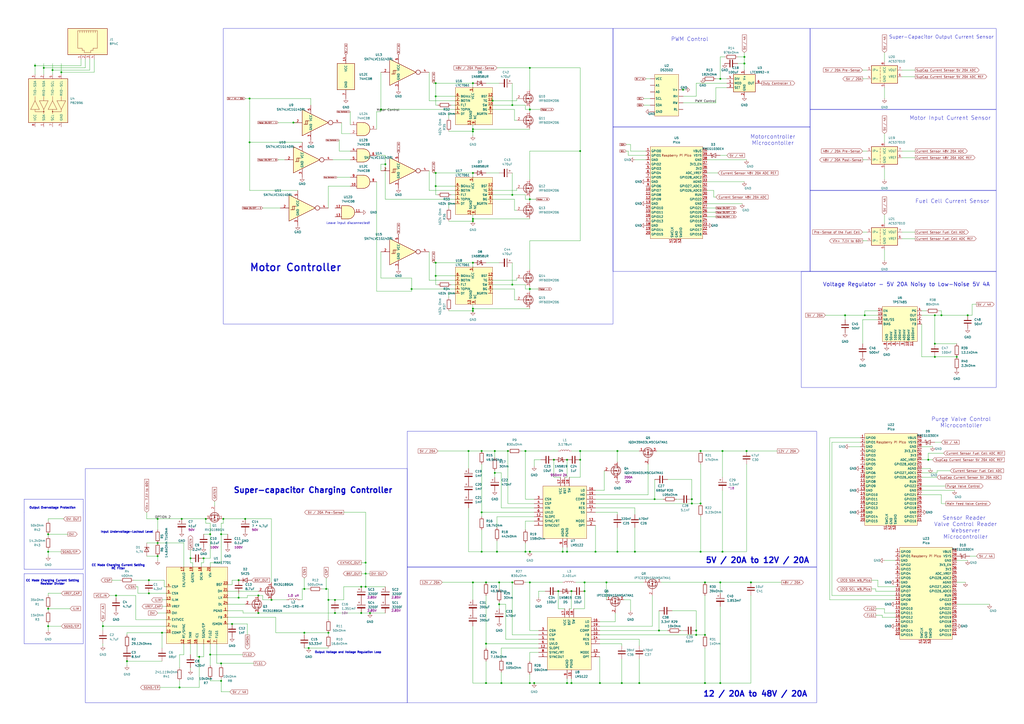
<source format=kicad_sch>
(kicad_sch (version 20231120) (generator "eeschema") (generator_version "8.0")
  (paper "A2")
  (title_block (title "ProtoTAU Systems") (date "2023-11-01") (rev "0.9") (company "University of Aberdeen") (comment 1 "Christine E. K."))
  (junction (at 104.14 398.78))
  (junction (at 144.78 57.15))
  (junction (at 30.48 40.64))
  (junction (at 86.36 344.17))
  (junction (at 274.32 179.07))
  (junction (at 91.44 300.99))
  (junction (at 406.4 261.62))
  (junction (at 170.18 71.12))
  (junction (at 406.4 292.1))
  (junction (at 252.73 160.02))
  (junction (at 59.69 363.22))
  (junction (at 176.53 367.03))
  (junction (at 417.83 337.82))
  (junction (at 223.52 95.25))
  (junction (at 433.07 261.62))
  (junction (at 281.94 396.24))
  (junction (at 194.31 347.98))
  (junction (at 307.34 337.82))
  (junction (at 128.27 394.97))
  (junction (at 419.1 261.62))
  (junction (at 149.86 355.6))
  (junction (at 252.73 107.95))
  (junction (at 209.55 340.36))
  (junction (at 134.62 361.95))
  (junction (at 328.93 320.04))
  (junction (at 307.34 320.04))
  (junction (at 212.09 332.74))
  (junction (at 304.8 320.04))
  (junction (at 396.24 52.07))
  (junction (at 339.09 337.82))
  (junction (at 252.73 55.88))
  (junction (at 347.98 396.24))
  (junction (at 35.56 41.91))
  (junction (at 321.31 266.7))
  (junction (at 274.32 128.27))
  (junction (at 138.43 346.71))
  (junction (at 281.94 373.38))
  (junction (at 358.14 320.04))
  (junction (at 406.4 320.04))
  (junction (at 289.56 337.82))
  (junction (at 179.07 375.92))
  (junction (at 110.49 323.85))
  (junction (at 417.83 396.24))
  (junction (at 382.27 365.76))
  (junction (at 144.78 82.55))
  (junction (at 121.92 309.88))
  (junction (at 128.27 384.81))
  (junction (at 194.31 355.6))
  (junction (at 351.79 337.82))
  (junction (at 121.92 379.73))
  (junction (at 281.94 337.82))
  (junction (at 274.32 337.82))
  (junction (at 358.14 261.62))
  (junction (at 25.4 39.37))
  (junction (at 189.23 341.63))
  (junction (at 271.78 261.62))
  (junction (at 274.32 180.34))
  (junction (at 490.22 182.88))
  (junction (at 274.32 152.4))
  (junction (at 323.85 342.9))
  (junction (at 212.09 326.39))
  (junction (at 190.5 367.03))
  (junction (at 336.55 87.63))
  (junction (at 129.54 300.99))
  (junction (at 309.88 396.24))
  (junction (at 379.73 289.56))
  (junction (at 546.1 182.88))
  (junction (at 20.32 38.1))
  (junction (at 238.76 167.64))
  (junction (at 287.02 274.32))
  (junction (at 274.32 100.33))
  (junction (at 331.47 396.24))
  (junction (at 307.34 115.57))
  (junction (at 91.44 314.96))
  (junction (at 561.34 182.88))
  (junction (at 304.8 261.62))
  (junction (at 326.39 320.04))
  (junction (at 307.34 39.37))
  (junction (at 297.18 337.82))
  (junction (at 345.44 320.04))
  (junction (at 328.93 396.24))
  (junction (at 86.36 336.55))
  (junction (at 417.83 45.72))
  (junction (at 336.55 261.62))
  (junction (at 339.09 342.9))
  (junction (at 360.68 396.24))
  (junction (at 419.1 320.04))
  (junction (at 252.73 48.26))
  (junction (at 403.86 365.76))
  (junction (at 287.02 261.62))
  (junction (at 288.29 320.04))
  (junction (at 209.55 355.6))
  (junction (at 336.55 266.7))
  (junction (at 212.09 340.36))
  (junction (at 118.11 323.85))
  (junction (at 431.8 33.02))
  (junction (at 297.18 60.96))
  (junction (at 252.73 152.4))
  (junction (at 431.8 36.83))
  (junction (at 408.94 396.24))
  (junction (at 157.48 347.98))
  (junction (at 297.18 165.1))
  (junction (at 274.32 74.93))
  (junction (at 294.64 261.62))
  (junction (at 279.4 297.18))
  (junction (at 274.32 48.26))
  (junction (at 105.41 300.99))
  (junction (at 220.98 63.5))
  (junction (at 279.4 261.62))
  (junction (at 368.3 320.04))
  (junction (at 27.94 309.88))
  (junction (at 190.5 347.98))
  (junction (at 297.18 113.03))
  (junction (at 403.86 368.3))
  (junction (at 542.29 182.88))
  (junction (at 274.32 127))
  (junction (at 408.94 368.3))
  (junction (at 328.93 266.7))
  (junction (at 401.32 289.56))
  (junction (at 119.38 300.99))
  (junction (at 307.34 63.5))
  (junction (at 128.27 309.88))
  (junction (at 408.94 337.82))
  (junction (at 73.66 383.54))
  (junction (at 331.47 342.9))
  (junction (at 307.34 167.64))
  (junction (at 176.53 341.63))
  (junction (at 274.32 76.2))
  (junction (at 289.56 350.52))
  (junction (at 149.86 345.44))
  (junction (at 91.44 322.58))
  (junction (at 67.31 345.44))
  (junction (at 93.98 367.03))
  (junction (at 501.65 182.88))
  (junction (at 401.32 292.1))
  (junction (at 115.57 381))
  (junction (at 370.84 396.24))
  (junction (at 142.24 300.99))
  (junction (at 538.48 266.7))
  (junction (at 307.34 396.24))
  (junction (at 214.63 355.6))
  (junction (at 285.75 58.42))
  (junction (at 27.94 320.04))
  (junction (at 290.83 396.24))
  (junction (at 554.99 207.01))
  (junction (at 252.73 100.33))
  (junction (at 542.29 207.01))
  (junction (at 279.4 320.04))
  (junction (at 27.94 353.06))
  (junction (at 542.29 199.39))
  (junction (at 27.94 363.22))
  (junction (at 138.43 336.55))
  (junction (at 435.61 337.82))
  (wire (pts (xy 274.32 100.33) (xy 274.32 102.87)))
  (wire (pts (xy 190.5 347.98) (xy 190.5 359.41)))
  (wire (pts (xy 307.34 63.5) (xy 307.34 64.77)))
  (wire (pts (xy 209.55 332.74) (xy 212.09 332.74)))
  (wire (pts (xy 73.66 383.54) (xy 73.66 386.08)))
  (wire (pts (xy 427.99 33.02) (xy 431.8 33.02)))
  (wire (pts (xy 128.27 309.88) (xy 128.27 326.39)))
  (wire (pts (xy 347.98 373.38) (xy 360.68 373.38)))
  (wire (pts (xy 198.12 71.12) (xy 198.12 77.47)))
  (wire (pts (xy 252.73 107.95) (xy 264.16 107.95)))
  (wire (pts (xy 358.14 261.62) (xy 370.84 261.62)))
  (wire (pts (xy 289.56 341.63) (xy 289.56 337.82)))
  (wire (pts (xy 328.93 393.7) (xy 328.93 396.24)))
  (wire (pts (xy 134.62 361.95) (xy 143.51 361.95)))
  (wire (pts (xy 321.31 276.86) (xy 321.31 266.7)))
  (wire (pts (xy 417.83 33.02) (xy 417.83 45.72)))
  (wire (pts (xy 478.79 182.88) (xy 490.22 182.88)))
  (wire (pts (xy 406.4 320.04) (xy 368.3 320.04)))
  (wire (pts (xy 543.56 276.86) (xy 534.67 276.86)))
  (wire (pts (xy 304.8 261.62) (xy 323.85 261.62)))
  (wire (pts (xy 52.07 34.29) (xy 52.07 40.64)))
  (wire (pts (xy 363.22 83.82) (xy 365.76 83.82)))
  (wire (pts (xy 144.78 82.55) (xy 144.78 57.15)))
  (wire (pts (xy 104.14 379.73) (xy 104.14 387.35)))
  (wire (pts (xy 144.78 110.49) (xy 144.78 82.55)))
  (wire (pts (xy 27.94 300.99) (xy 27.94 302.26)))
  (wire (pts (xy 538.48 262.89) (xy 538.48 266.7)))
  (wire (pts (xy 508 341.63) (xy 505.46 341.63)))
  (wire (pts (xy 176.53 375.92) (xy 179.07 375.92)))
  (wire (pts (xy 339.09 342.9) (xy 339.09 337.82)))
  (wire (pts (xy 336.55 39.37) (xy 336.55 87.63)))
  (wire (pts (xy 196.85 81.28) (xy 196.85 87.63)))
  (wire (pts (xy 523.24 87.63) (xy 530.86 87.63)))
  (wire (pts (xy 378.46 363.22) (xy 378.46 345.44)))
  (wire (pts (xy 288.29 299.72) (xy 288.29 306.07)))
  (wire (pts (xy 252.73 48.26) (xy 252.73 55.88)))
  (wire (pts (xy 212.09 297.18) (xy 212.09 326.39)))
  (wire (pts (xy 59.69 360.68) (xy 59.69 363.22)))
  (wire (pts (xy 543.56 274.32) (xy 534.67 274.32)))
  (wire (pts (xy 111.76 326.39) (xy 111.76 328.93)))
  (wire (pts (xy 373.38 60.96) (xy 377.19 60.96)))
  (wire (pts (xy 288.29 313.69) (xy 288.29 320.04)))
  (wire (pts (xy 281.94 100.33) (xy 289.56 100.33)))
  (wire (pts (xy 312.42 370.84) (xy 293.37 370.84)))
  (wire (pts (xy 293.37 350.52) (xy 289.56 350.52)))
  (wire (pts (xy 421.64 90.17) (xy 417.83 90.17)))
  (wire (pts (xy 175.26 82.55) (xy 144.78 82.55)))
  (wire (pts (xy 134.62 336.55) (xy 134.62 339.09)))
  (wire (pts (xy 358.14 297.18) (xy 358.14 298.45)))
  (wire (pts (xy 274.32 74.93) (xy 307.34 74.93)))
  (wire (pts (xy 392.43 289.56) (xy 393.7 289.56)))
  (wire (pts (xy 27.94 320.04) (xy 27.94 322.58)))
  (wire (pts (xy 134.62 339.09) (xy 132.08 339.09)))
  (polyline (pts (xy 48.26 340.36) (xy 48.26 373.38)))
  (wire (pts (xy 513.08 50.8) (xy 513.08 57.15)))
  (wire (pts (xy 373.38 57.15) (xy 377.19 57.15)))
  (wire (pts (xy 209.55 326.39) (xy 212.09 326.39)))
  (wire (pts (xy 312.42 373.38) (xy 281.94 373.38)))
  (wire (pts (xy 534.67 182.88) (xy 542.29 182.88)))
  (wire (pts (xy 534.67 287.02) (xy 546.1 287.02)))
  (wire (pts (xy 309.88 396.24) (xy 328.93 396.24)))
  (wire (pts (xy 274.32 72.39) (xy 274.32 74.93)))
  (wire (pts (xy 363.22 87.63) (xy 364.49 87.63)))
  (wire (pts (xy 509.27 336.55) (xy 505.46 336.55)))
  (wire (pts (xy 307.34 378.46) (xy 307.34 383.54)))
  (wire (pts (xy 499.11 256.54) (xy 482.6 256.54)))
  (polyline (pts (xy 48.26 340.36) (xy 48.26 332.74)))
  (wire (pts (xy 358.14 261.62) (xy 358.14 267.97)))
  (wire (pts (xy 114.3 381) (xy 115.57 381)))
  (wire (pts (xy 542.29 182.88) (xy 546.1 182.88)))
  (wire (pts (xy 138.43 336.55) (xy 134.62 336.55)))
  (wire (pts (xy 27.94 309.88) (xy 39.37 309.88)))
  (wire (pts (xy 128.27 386.08) (xy 128.27 384.81)))
  (wire (pts (xy 410.21 92.71) (xy 433.07 92.71)))
  (wire (pts (xy 128.27 326.39) (xy 121.92 326.39)))
  (wire (pts (xy 149.86 345.44) (xy 152.4 345.44)))
  (wire (pts (xy 199.39 340.36) (xy 209.55 340.36)))
  (wire (pts (xy 435.61 396.24) (xy 417.83 396.24)))
  (wire (pts (xy 350.52 284.48) (xy 350.52 273.05)))
  (wire (pts (xy 193.04 92.71) (xy 203.2 92.71)))
  (wire (pts (xy 95.25 336.55) (xy 86.36 336.55)))
  (wire (pts (xy 199.39 340.36) (xy 199.39 347.98)))
  (wire (pts (xy 433.07 269.24) (xy 433.07 320.04)))
  (wire (pts (xy 431.8 36.83) (xy 431.8 40.64)))
  (wire (pts (xy 492.76 259.08) (xy 499.11 259.08)))
  (wire (pts (xy 345.44 292.1) (xy 401.32 292.1)))
  (wire (pts (xy 509.27 185.42) (xy 500.38 185.42)))
  (wire (pts (xy 198.12 77.47) (xy 203.2 77.47)))
  (polyline (pts (xy 48.26 289.56) (xy 13.97 289.56)))
  (wire (pts (xy 125.73 373.38) (xy 125.73 384.81)))
  (wire (pts (xy 73.66 383.54) (xy 93.98 383.54)))
  (wire (pts (xy 35.56 41.91) (xy 35.56 43.18)))
  (wire (pts (xy 345.44 289.56) (xy 379.73 289.56)))
  (wire (pts (xy 138.43 344.17) (xy 138.43 346.71)))
  (wire (pts (xy 375.92 287.02) (xy 375.92 269.24)))
  (wire (pts (xy 176.53 341.63) (xy 179.07 341.63)))
  (wire (pts (xy 274.32 124.46) (xy 274.32 127)))
  (wire (pts (xy 408.94 375.92) (xy 408.94 396.24)))
  (wire (pts (xy 309.88 266.7) (xy 309.88 270.51)))
  (wire (pts (xy 513.08 325.12) (xy 519.43 325.12)))
  (wire (pts (xy 307.34 396.24) (xy 309.88 396.24)))
  (wire (pts (xy 157.48 337.82) (xy 157.48 300.99)))
  (wire (pts (xy 264.16 58.42) (xy 248.92 58.42)))
  (wire (pts (xy 223.52 90.17) (xy 218.44 90.17)))
  (wire (pts (xy 35.56 344.17) (xy 27.94 344.17)))
  (wire (pts (xy 248.92 146.05) (xy 248.92 162.56)))
  (wire (pts (xy 238.76 167.64) (xy 264.16 167.64)))
  (wire (pts (xy 513.08 355.6) (xy 513.08 353.06)))
  (wire (pts (xy 190.5 347.98) (xy 194.31 347.98)))
  (wire (pts (xy 161.29 71.12) (xy 170.18 71.12)))
  (wire (pts (xy 252.73 165.1) (xy 254 165.1)))
  (wire (pts (xy 336.55 39.37) (xy 307.34 39.37)))
  (wire (pts (xy 304.8 337.82) (xy 307.34 337.82)))
  (wire (pts (xy 119.38 303.53) (xy 121.92 303.53)))
  (wire (pts (xy 297.18 60.96) (xy 304.8 60.96)))
  (wire (pts (xy 345.44 320.04) (xy 328.93 320.04)))
  (wire (pts (xy 298.45 121.92) (xy 299.72 121.92)))
  (wire (pts (xy 175.26 341.63) (xy 175.26 347.98)))
  (wire (pts (xy 304.8 314.96) (xy 304.8 320.04)))
  (wire (pts (xy 46.99 34.29) (xy 46.99 38.1)))
  (wire (pts (xy 140.97 354.33) (xy 140.97 355.6)))
  (wire (pts (xy 356.87 360.68) (xy 356.87 355.6)))
  (wire (pts (xy 546.1 287.02) (xy 546.1 292.1)))
  (wire (pts (xy 408.94 396.24) (xy 370.84 396.24)))
  (wire (pts (xy 312.42 378.46) (xy 307.34 378.46)))
  (wire (pts (xy 323.85 353.06) (xy 323.85 342.9)))
  (wire (pts (xy 176.53 367.03) (xy 190.5 367.03)))
  (wire (pts (xy 500.38 87.63) (xy 502.92 87.63)))
  (wire (pts (xy 162.56 120.65) (xy 152.4 120.65)))
  (wire (pts (xy 513.08 77.47) (xy 513.08 82.55)))
  (wire (pts (xy 360.68 382.27) (xy 360.68 396.24)))
  (wire (pts (xy 566.42 322.58) (xy 562.61 322.58)))
  (polyline (pts (xy 13.97 289.56) (xy 13.97 297.18)))
  (wire (pts (xy 421.64 50.8) (xy 415.29 50.8)))
  (wire (pts (xy 345.44 287.02) (xy 375.92 287.02)))
  (wire (pts (xy 513.08 124.46) (xy 513.08 129.54)))
  (wire (pts (xy 511.81 356.87) (xy 511.81 358.14)))
  (wire (pts (xy 345.44 304.8) (xy 345.44 320.04)))
  (wire (pts (xy 513.08 353.06) (xy 508 353.06)))
  (wire (pts (xy 220.98 63.5) (xy 264.16 63.5)))
  (wire (pts (xy 297.18 100.33) (xy 297.18 113.03)))
  (polyline (pts (xy 48.26 330.2) (xy 13.97 330.2)))
  (wire (pts (xy 307.34 114.3) (xy 307.34 115.57)))
  (wire (pts (xy 186.69 341.63) (xy 189.23 341.63)))
  (wire (pts (xy 36.83 300.99) (xy 27.94 300.99)))
  (wire (pts (xy 279.4 320.04) (xy 288.29 320.04)))
  (polyline (pts (xy 13.97 332.74) (xy 13.97 340.36)))
  (wire (pts (xy 360.68 373.38) (xy 360.68 374.65)))
  (wire (pts (xy 403.86 354.33) (xy 403.86 365.76)))
  (wire (pts (xy 132.08 350.52) (xy 142.24 350.52)))
  (wire (pts (xy 218.44 168.91) (xy 238.76 168.91)))
  (wire (pts (xy 132.08 354.33) (xy 140.97 354.33)))
  (wire (pts (xy 288.29 39.37) (xy 307.34 39.37)))
  (wire (pts (xy 307.34 320.04) (xy 326.39 320.04)))
  (wire (pts (xy 54.61 41.91) (xy 35.56 41.91)))
  (wire (pts (xy 78.74 359.41) (xy 96.52 359.41)))
  (wire (pts (xy 304.8 113.03) (xy 304.8 115.57)))
  (wire (pts (xy 143.51 346.71) (xy 138.43 346.71)))
  (wire (pts (xy 299.72 162.56) (xy 299.72 161.29)))
  (wire (pts (xy 281.94 373.38) (xy 281.94 345.44)))
  (wire (pts (xy 347.98 363.22) (xy 378.46 363.22)))
  (wire (pts (xy 307.34 62.23) (xy 307.34 63.5)))
  (wire (pts (xy 160.02 367.03) (xy 160.02 358.14)))
  (wire (pts (xy 281.94 48.26) (xy 289.56 48.26)))
  (wire (pts (xy 406.4 261.62) (xy 419.1 261.62)))
  (wire (pts (xy 203.2 64.77) (xy 203.2 72.39)))
  (wire (pts (xy 574.04 350.52) (xy 554.99 350.52)))
  (wire (pts (xy 539.75 271.78) (xy 534.67 271.78)))
  (wire (pts (xy 20.32 36.83) (xy 20.32 38.1)))
  (wire (pts (xy 160.02 358.14) (xy 132.08 358.14)))
  (wire (pts (xy 307.34 139.7) (xy 307.34 156.21)))
  (wire (pts (xy 27.94 320.04) (xy 27.94 318.77)))
  (wire (pts (xy 261.62 60.96) (xy 264.16 60.96)))
  (wire (pts (xy 417.83 351.79) (xy 417.83 396.24)))
  (wire (pts (xy 431.8 33.02) (xy 431.8 36.83)))
  (wire (pts (xy 252.73 107.95) (xy 252.73 113.03)))
  (wire (pts (xy 430.53 118.11) (xy 410.21 118.11)))
  (wire (pts (xy 336.55 261.62) (xy 358.14 261.62)))
  (wire (pts (xy 403.86 48.26) (xy 403.86 55.88)))
  (wire (pts (xy 93.98 367.03) (xy 96.52 367.03)))
  (wire (pts (xy 143.51 345.44) (xy 143.51 346.71)))
  (wire (pts (xy 309.88 292.1) (xy 294.64 292.1)))
  (wire (pts (xy 285.75 167.64) (xy 298.45 167.64)))
  (wire (pts (xy 95.25 336.55) (xy 95.25 340.36)))
  (wire (pts (xy 132.08 342.9) (xy 149.86 342.9)))
  (wire (pts (xy 508 342.9) (xy 508 341.63)))
  (wire (pts (xy 25.4 39.37) (xy 25.4 43.18)))
  (wire (pts (xy 339.09 337.82) (xy 351.79 337.82)))
  (wire (pts (xy 279.4 307.34) (xy 279.4 320.04)))
  (wire (pts (xy 254 261.62) (xy 271.78 261.62)))
  (wire (pts (xy 542.29 207.01) (xy 554.99 207.01)))
  (wire (pts (xy 80.01 344.17) (xy 86.36 344.17)))
  (wire (pts (xy 194.31 355.6) (xy 209.55 355.6)))
  (wire (pts (xy 351.79 337.82) (xy 373.38 337.82)))
  (wire (pts (xy 128.27 309.88) (xy 132.08 309.88)))
  (wire (pts (xy 523.24 40.64) (xy 530.86 40.64)))
  (wire (pts (xy 30.48 40.64) (xy 30.48 43.18)))
  (wire (pts (xy 560.07 337.82) (xy 554.99 337.82)))
  (wire (pts (xy 307.34 167.64) (xy 307.34 168.91)))
  (wire (pts (xy 307.34 391.16) (xy 307.34 396.24)))
  (wire (pts (xy 417.83 45.72) (xy 421.64 45.72)))
  (wire (pts (xy 93.98 375.92) (xy 93.98 367.03)))
  (wire (pts (xy 297.18 368.3) (xy 297.18 337.82)))
  (wire (pts (xy 336.55 266.7) (xy 336.55 261.62)))
  (wire (pts (xy 209.55 340.36) (xy 212.09 340.36)))
  (wire (pts (xy 128.27 303.53) (xy 128.27 309.88)))
  (wire (pts (xy 415.29 45.72) (xy 417.83 45.72)))
  (wire (pts (xy 274.32 347.98) (xy 274.32 337.82)))
  (wire (pts (xy 27.94 353.06) (xy 27.94 354.33)))
  (wire (pts (xy 396.24 52.07) (xy 396.24 50.8)))
  (wire (pts (xy 309.88 302.26) (xy 304.8 302.26)))
  (wire (pts (xy 297.18 48.26) (xy 297.18 60.96)))
  (wire (pts (xy 152.4 347.98) (xy 152.4 345.44)))
  (wire (pts (xy 312.42 365.76) (xy 307.34 365.76)))
  (wire (pts (xy 336.55 87.63) (xy 307.34 87.63)))
  (wire (pts (xy 121.92 326.39) (xy 121.92 328.93)))
  (wire (pts (xy 110.49 387.35) (xy 110.49 388.62)))
  (wire (pts (xy 106.68 314.96) (xy 106.68 328.93)))
  (wire (pts (xy 104.14 394.97) (xy 104.14 398.78)))
  (wire (pts (xy 196.85 87.63) (xy 203.2 87.63)))
  (wire (pts (xy 513.08 30.48) (xy 513.08 35.56)))
  (wire (pts (xy 414.02 114.3) (xy 415.29 114.3)))
  (wire (pts (xy 309.88 299.72) (xy 288.29 299.72)))
  (wire (pts (xy 544.83 180.34) (xy 546.1 180.34)))
  (wire (pts (xy 543.56 273.05) (xy 551.18 273.05)))
  (wire (pts (xy 172.72 110.49) (xy 144.78 110.49)))
  (wire (pts (xy 285.75 165.1) (xy 297.18 165.1)))
  (wire (pts (xy 543.56 273.05) (xy 543.56 274.32)))
  (wire (pts (xy 331.47 396.24) (xy 331.47 393.7)))
  (wire (pts (xy 421.64 48.26) (xy 403.86 48.26)))
  (wire (pts (xy 287.02 274.32) (xy 287.02 276.86)))
  (wire (pts (xy 285.75 162.56) (xy 299.72 162.56)))
  (wire (pts (xy 538.48 266.7) (xy 541.02 266.7)))
  (wire (pts (xy 252.73 60.96) (xy 254 60.96)))
  (wire (pts (xy 347.98 370.84) (xy 370.84 370.84)))
  (wire (pts (xy 415.29 59.69) (xy 415.29 50.8)))
  (wire (pts (xy 508 356.87) (xy 511.81 356.87)))
  (wire (pts (xy 35.56 320.04) (xy 27.94 320.04)))
  (wire (pts (xy 327.66 276.86) (xy 328.93 276.86)))
  (wire (pts (xy 511.81 358.14) (xy 519.43 358.14)))
  (wire (pts (xy 220.98 161.29) (xy 238.76 161.29)))
  (wire (pts (xy 297.18 113.03) (xy 304.8 113.03)))
  (wire (pts (xy 67.31 346.71) (xy 67.31 345.44)))
  (wire (pts (xy 252.73 48.26) (xy 274.32 48.26)))
  (wire (pts (xy 91.44 300.99) (xy 85.09 300.99)))
  (wire (pts (xy 339.09 342.9) (xy 339.09 353.06)))
  (wire (pts (xy 260.35 180.34) (xy 274.32 180.34)))
  (wire (pts (xy 110.49 323.85) (xy 110.49 326.39)))
  (wire (pts (xy 312.42 368.3) (xy 297.18 368.3)))
  (wire (pts (xy 118.11 381) (xy 115.57 381)))
  (wire (pts (xy 218.44 168.91) (xy 218.44 105.41)))
  (wire (pts (xy 501.65 180.34) (xy 501.65 182.88)))
  (wire (pts (xy 401.32 292.1) (xy 401.32 289.56)))
  (wire (pts (xy 121.92 373.38) (xy 121.92 379.73)))
  (wire (pts (xy 304.8 165.1) (xy 304.8 167.64)))
  (wire (pts (xy 274.32 396.24) (xy 281.94 396.24)))
  (wire (pts (xy 223.52 115.57) (xy 264.16 115.57)))
  (wire (pts (xy 370.84 370.84) (xy 370.84 374.65)))
  (wire (pts (xy 307.34 87.63) (xy 307.34 104.14)))
  (wire (pts (xy 124.46 290.83) (xy 124.46 293.37)))
  (wire (pts (xy 128.27 401.32) (xy 133.35 401.32)))
  (wire (pts (xy 351.79 337.82) (xy 351.79 347.98)))
  (wire (pts (xy 260.35 170.18) (xy 260.35 172.72)))
  (wire (pts (xy 261.62 113.03) (xy 264.16 113.03)))
  (wire (pts (xy 500.38 92.71) (xy 502.92 92.71)))
  (wire (pts (xy 27.94 353.06) (xy 40.64 353.06)))
  (wire (pts (xy 149.86 355.6) (xy 194.31 355.6)))
  (wire (pts (xy 27.94 363.22) (xy 27.94 361.95)))
  (wire (pts (xy 212.09 297.18) (xy 199.39 297.18)))
  (wire (pts (xy 379.73 278.13) (xy 379.73 289.56)))
  (wire (pts (xy 129.54 300.99) (xy 129.54 303.53)))
  (wire (pts (xy 339.09 337.82) (xy 334.01 337.82)))
  (wire (pts (xy 307.34 115.57) (xy 307.34 116.84)))
  (wire (pts (xy 274.32 76.2) (xy 274.32 78.74)))
  (wire (pts (xy 274.32 48.26) (xy 274.32 50.8)))
  (wire (pts (xy 118.11 323.85) (xy 118.11 326.39)))
  (wire (pts (xy 410.21 100.33) (xy 416.56 100.33)))
  (wire (pts (xy 370.84 382.27) (xy 370.84 396.24)))
  (wire (pts (xy 116.84 326.39) (xy 116.84 328.93)))
  (wire (pts (xy 513.08 144.78) (xy 513.08 151.13)))
  (wire (pts (xy 30.48 36.83) (xy 30.48 40.64)))
  (wire (pts (xy 252.73 100.33) (xy 252.73 107.95)))
  (wire (pts (xy 370.84 396.24) (xy 360.68 396.24)))
  (wire (pts (xy 326.39 320.04) (xy 328.93 320.04)))
  (wire (pts (xy 499.11 254) (xy 481.33 254)))
  (wire (pts (xy 546.1 256.54) (xy 542.29 256.54)))
  (wire (pts (xy 368.3 294.64) (xy 368.3 298.45)))
  (wire (pts (xy 285.75 110.49) (xy 299.72 110.49)))
  (wire (pts (xy 299.72 58.42) (xy 299.72 57.15)))
  (wire (pts (xy 500.38 45.72) (xy 502.92 45.72)))
  (wire (pts (xy 105.41 300.99) (xy 119.38 300.99)))
  (wire (pts (xy 104.14 379.73) (xy 106.68 379.73)))
  (wire (pts (xy 542.29 199.39) (xy 554.99 199.39)))
  (wire (pts (xy 274.32 74.93) (xy 274.32 76.2)))
  (polyline (pts (xy 13.97 373.38) (xy 13.97 340.36)))
  (wire (pts (xy 420.37 33.02) (xy 417.83 33.02)))
  (wire (pts (xy 161.29 92.71) (xy 165.1 92.71)))
  (wire (pts (xy 248.92 110.49) (xy 264.16 110.49)))
  (wire (pts (xy 361.95 347.98) (xy 365.76 347.98)))
  (wire (pts (xy 345.44 294.64) (xy 368.3 294.64)))
  (wire (pts (xy 358.14 320.04) (xy 345.44 320.04)))
  (wire (pts (xy 180.34 57.15) (xy 180.34 60.96)))
  (wire (pts (xy 365.76 347.98) (xy 365.76 354.33)))
  (wire (pts (xy 252.73 55.88) (xy 252.73 60.96)))
  (wire (pts (xy 285.75 60.96) (xy 297.18 60.96)))
  (wire (pts (xy 302.26 261.62) (xy 304.8 261.62)))
  (wire (pts (xy 49.53 34.29) (xy 49.53 39.37)))
  (wire (pts (xy 189.23 341.63) (xy 190.5 341.63)))
  (wire (pts (xy 118.11 326.39) (xy 116.84 326.39)))
  (wire (pts (xy 304.8 320.04) (xy 307.34 320.04)))
  (wire (pts (xy 160.02 367.03) (xy 176.53 367.03)))
  (wire (pts (xy 509.27 340.36) (xy 509.27 336.55)))
  (wire (pts (xy 285.75 58.42) (xy 285.75 55.88)))
  (wire (pts (xy 345.44 284.48) (xy 350.52 284.48)))
  (wire (pts (xy 368.3 320.04) (xy 358.14 320.04)))
  (wire (pts (xy 410.21 123.19) (xy 415.29 123.19)))
  (wire (pts (xy 279.4 299.72) (xy 279.4 297.18)))
  (wire (pts (xy 307.34 63.5) (xy 313.69 63.5)))
  (wire (pts (xy 59.69 363.22) (xy 96.52 363.22)))
  (wire (pts (xy 223.52 95.25) (xy 223.52 90.17)))
  (wire (pts (xy 152.4 347.98) (xy 157.48 347.98)))
  (wire (pts (xy 220.98 63.5) (xy 220.98 64.77)))
  (wire (pts (xy 304.8 289.56) (xy 304.8 261.62)))
  (wire (pts (xy 523.24 44.45) (xy 530.86 44.45)))
  (wire (pts (xy 435.61 337.82) (xy 453.39 337.82)))
  (wire (pts (xy 104.14 398.78) (xy 92.71 398.78)))
  (wire (pts (xy 248.92 41.91) (xy 248.92 58.42)))
  (wire (pts (xy 290.83 396.24) (xy 307.34 396.24)))
  (wire (pts (xy 358.14 306.07) (xy 358.14 320.04)))
  (wire (pts (xy 35.56 36.83) (xy 35.56 41.91)))
  (wire (pts (xy 519.43 347.98) (xy 481.33 347.98)))
  (wire (pts (xy 121.92 379.73) (xy 121.92 386.08)))
  (polyline (pts (xy 48.26 332.74) (xy 13.97 332.74)))
  (wire (pts (xy 190.5 367.03) (xy 190.5 368.3)))
  (wire (pts (xy 93.98 367.03) (xy 73.66 367.03)))
  (wire (pts (xy 406.4 292.1) (xy 401.32 292.1)))
  (wire (pts (xy 104.14 398.78) (xy 115.57 398.78)))
  (wire (pts (xy 287.02 273.05) (xy 287.02 274.32)))
  (wire (pts (xy 285.75 113.03) (xy 297.18 113.03)))
  (wire (pts (xy 383.54 337.82) (xy 408.94 337.82)))
  (wire (pts (xy 260.35 118.11) (xy 264.16 118.11)))
  (wire (pts (xy 143.51 345.44) (xy 149.86 345.44)))
  (wire (pts (xy 289.56 349.25) (xy 289.56 350.52)))
  (wire (pts (xy 364.49 87.63) (xy 364.49 90.17)))
  (wire (pts (xy 260.35 66.04) (xy 264.16 66.04)))
  (wire (pts (xy 563.88 182.88) (xy 561.34 182.88)))
  (wire (pts (xy 523.24 91.44) (xy 530.86 91.44)))
  (wire (pts (xy 80.01 340.36) (xy 80.01 344.17)))
  (wire (pts (xy 347.98 368.3) (xy 403.86 368.3)))
  (wire (pts (xy 54.61 34.29) (xy 54.61 41.91)))
  (wire (pts (xy 433.07 261.62) (xy 450.85 261.62)))
  (wire (pts (xy 189.23 341.63) (xy 189.23 335.28)))
  (wire (pts (xy 304.8 63.5) (xy 307.34 63.5)))
  (wire (pts (xy 394.97 365.76) (xy 396.24 365.76)))
  (wire (pts (xy 78.74 359.41) (xy 78.74 345.44)))
  (wire (pts (xy 93.98 351.79) (xy 96.52 351.79)))
  (polyline (pts (xy 48.26 297.18) (xy 48.26 289.56)))
  (wire (pts (xy 252.73 152.4) (xy 274.32 152.4)))
  (wire (pts (xy 91.44 314.96) (xy 106.68 314.96)))
  (wire (pts (xy 248.92 162.56) (xy 264.16 162.56)))
  (wire (pts (xy 513.08 97.79) (xy 513.08 104.14)))
  (wire (pts (xy 118.11 323.85) (xy 121.92 323.85)))
  (wire (pts (xy 419.1 276.86) (xy 419.1 261.62)))
  (wire (pts (xy 86.36 336.55) (xy 77.47 336.55)))
  (wire (pts (xy 336.55 266.7) (xy 336.55 276.86)))
  (wire (pts (xy 345.44 297.18) (xy 358.14 297.18)))
  (wire (pts (xy 534.67 180.34) (xy 537.21 180.34)))
  (wire (pts (xy 313.69 266.7) (xy 309.88 266.7)))
  (wire (pts (xy 396.24 59.69) (xy 415.29 59.69)))
  (wire (pts (xy 287.02 265.43) (xy 287.02 261.62)))
  (wire (pts (xy 490.22 182.88) (xy 490.22 185.42)))
  (wire (pts (xy 553.72 284.48) (xy 534.67 284.48)))
  (wire (pts (xy 271.78 261.62) (xy 279.4 261.62)))
  (wire (pts (xy 91.44 355.6) (xy 96.52 355.6)))
  (wire (pts (xy 534.67 281.94) (xy 548.64 281.94)))
  (wire (pts (xy 195.58 102.87) (xy 203.2 102.87)))
  (wire (pts (xy 251.46 152.4) (xy 252.73 152.4)))
  (wire (pts (xy 482.6 256.54) (xy 482.6 345.44)))
  (wire (pts (xy 406.4 269.24) (xy 406.4 292.1)))
  (wire (pts (xy 408.94 368.3) (xy 403.86 368.3)))
  (wire (pts (xy 271.78 271.78) (xy 271.78 261.62)))
  (polyline (pts (xy 13.97 330.2) (xy 13.97 297.18)))
  (wire (pts (xy 316.23 342.9) (xy 312.42 342.9)))
  (wire (pts (xy 128.27 401.32) (xy 128.27 394.97)))
  (wire (pts (xy 260.35 170.18) (xy 264.16 170.18)))
  (wire (pts (xy 212.09 332.74) (xy 214.63 332.74)))
  (wire (pts (xy 307.34 166.37) (xy 307.34 167.64)))
  (polyline (pts (xy 48.26 373.38) (xy 13.97 373.38)))
  (wire (pts (xy 140.97 355.6) (xy 149.86 355.6)))
  (wire (pts (xy 519.43 340.36) (xy 509.27 340.36)))
  (wire (pts (xy 138.43 346.71) (xy 132.08 346.71)))
  (wire (pts (xy 121.92 309.88) (xy 118.11 309.88)))
  (wire (pts (xy 121.92 394.97) (xy 128.27 394.97)))
  (wire (pts (xy 27.94 344.17) (xy 27.94 345.44)))
  (wire (pts (xy 289.56 337.82) (xy 297.18 337.82)))
  (wire (pts (xy 309.88 297.18) (xy 279.4 297.18)))
  (wire (pts (xy 427.99 36.83) (xy 431.8 36.83)))
  (wire (pts (xy 260.35 128.27) (xy 274.32 128.27)))
  (wire (pts (xy 121.92 394.97) (xy 121.92 393.7)))
  (wire (pts (xy 309.88 294.64) (xy 290.83 294.64)))
  (wire (pts (xy 414.02 110.49) (xy 414.02 114.3)))
  (wire (pts (xy 417.83 396.24) (xy 408.94 396.24)))
  (wire (pts (xy 271.78 294.64) (xy 271.78 320.04)))
  (wire (pts (xy 500.38 185.42) (xy 500.38 199.39)))
  (wire (pts (xy 288.29 320.04) (xy 304.8 320.04)))
  (wire (pts (xy 501.65 182.88) (xy 509.27 182.88)))
  (wire (pts (xy 481.33 254) (xy 481.33 347.98)))
  (wire (pts (xy 252.73 160.02) (xy 264.16 160.02)))
  (wire (pts (xy 307.34 365.76) (xy 307.34 337.82)))
  (wire (pts (xy 542.29 182.88) (xy 542.29 199.39)))
  (wire (pts (xy 176.53 367.03) (xy 176.53 368.3)))
  (wire (pts (xy 223.52 115.57) (xy 223.52 95.25)))
  (wire (pts (xy 285.75 63.5) (xy 298.45 63.5)))
  (wire (pts (xy 252.73 100.33) (xy 274.32 100.33)))
  (wire (pts (xy 252.73 160.02) (xy 252.73 165.1)))
  (wire (pts (xy 384.81 289.56) (xy 379.73 289.56)))
  (wire (pts (xy 546.1 182.88) (xy 561.34 182.88)))
  (wire (pts (xy 274.32 363.22) (xy 274.32 396.24)))
  (wire (pts (xy 328.93 320.04) (xy 328.93 317.5)))
  (wire (pts (xy 546.1 180.34) (xy 546.1 182.88)))
  (wire (pts (xy 274.32 152.4) (xy 274.32 154.94)))
  (wire (pts (xy 368.3 306.07) (xy 368.3 320.04)))
  (wire (pts (xy 220.98 41.91) (xy 220.98 63.5)))
  (wire (pts (xy 69.85 336.55) (xy 64.77 336.55)))
  (wire (pts (xy 500.38 139.7) (xy 502.92 139.7)))
  (wire (pts (xy 403.86 55.88) (xy 396.24 55.88)))
  (wire (pts (xy 218.44 64.77) (xy 220.98 64.77)))
  (wire (pts (xy 360.68 396.24) (xy 347.98 396.24)))
  (wire (pts (xy 190.5 120.65) (xy 190.5 107.95)))
  (wire (pts (xy 304.8 302.26) (xy 304.8 307.34)))
  (wire (pts (xy 175.26 347.98) (xy 173.99 347.98)))
  (wire (pts (xy 298.45 173.99) (xy 299.72 173.99)))
  (wire (pts (xy 274.32 176.53) (xy 274.32 179.07)))
  (wire (pts (xy 248.92 110.49) (xy 248.92 99.06)))
  (wire (pts (xy 125.73 384.81) (xy 128.27 384.81)))
  (wire (pts (xy 523.24 134.62) (xy 530.86 134.62)))
  (wire (pts (xy 299.72 110.49) (xy 299.72 109.22)))
  (wire (pts (xy 96.52 340.36) (xy 95.25 340.36)))
  (wire (pts (xy 325.12 276.86) (xy 321.31 276.86)))
  (wire (pts (xy 128.27 394.97) (xy 128.27 393.7)))
  (wire (pts (xy 347.98 381) (xy 347.98 396.24)))
  (wire (pts (xy 290.83 389.89) (xy 290.83 396.24)))
  (wire (pts (xy 403.86 368.3) (xy 403.86 365.76)))
  (wire (pts (xy 307.34 167.64) (xy 312.42 167.64)))
  (wire (pts (xy 223.52 355.6) (xy 214.63 355.6)))
  (wire (pts (xy 312.42 375.92) (xy 290.83 375.92)))
  (wire (pts (xy 297.18 165.1) (xy 304.8 165.1)))
  (wire (pts (xy 170.18 71.12) (xy 172.72 71.12)))
  (wire (pts (xy 119.38 300.99) (xy 119.38 303.53)))
  (wire (pts (xy 417.83 337.82) (xy 435.61 337.82)))
  (wire (pts (xy 347.98 396.24) (xy 331.47 396.24)))
  (wire (pts (xy 252.73 113.03) (xy 254 113.03)))
  (wire (pts (xy 368.3 92.71) (xy 374.65 92.71)))
  (wire (pts (xy 121.92 323.85) (xy 121.92 309.88)))
  (wire (pts (xy 49.53 39.37) (xy 25.4 39.37)))
  (wire (pts (xy 91.44 307.34) (xy 91.44 300.99)))
  (wire (pts (xy 534.67 259.08) (xy 541.02 259.08)))
  (wire (pts (xy 274.32 127) (xy 307.34 127)))
  (wire (pts (xy 519.43 342.9) (xy 508 342.9)))
  (wire (pts (xy 179.07 375.92) (xy 190.5 375.92)))
  (wire (pts (xy 435.61 345.44) (xy 435.61 396.24)))
  (wire (pts (xy 252.73 55.88) (xy 264.16 55.88)))
  (wire (pts (xy 78.74 340.36) (xy 80.01 340.36)))
  (wire (pts (xy 307.34 115.57) (xy 311.15 115.57)))
  (wire (pts (xy 274.32 127) (xy 274.32 128.27)))
  (wire (pts (xy 110.49 318.77) (xy 110.49 323.85)))
  (wire (pts (xy 59.69 363.22) (xy 59.69 365.76)))
  (wire (pts (xy 115.57 381) (xy 115.57 398.78)))
  (wire (pts (xy 406.4 320.04) (xy 419.1 320.04)))
  (wire (pts (xy 143.51 361.95) (xy 143.51 368.3)))
  (wire (pts (xy 331.47 353.06) (xy 331.47 342.9)))
  (wire (pts (xy 500.38 134.62) (xy 502.92 134.62)))
  (wire (pts (xy 67.31 345.44) (xy 63.5 345.44)))
  (wire (pts (xy 121.92 379.73) (xy 140.97 379.73)))
  (wire (pts (xy 410.21 125.73) (xy 415.29 125.73)))
  (wire (pts (xy 289.56 350.52) (xy 289.56 353.06)))
  (wire (pts (xy 274.32 337.82) (xy 281.94 337.82)))
  (wire (pts (xy 328.93 396.24) (xy 331.47 396.24)))
  (wire (pts (xy 419.1 261.62) (xy 433.07 261.62)))
  (wire (pts (xy 534.67 187.96) (xy 534.67 207.01)))
  (wire (pts (xy 347.98 365.76) (xy 382.27 365.76)))
  (wire (pts (xy 238.76 161.29) (xy 238.76 167.64)))
  (wire (pts (xy 260.35 68.58) (xy 260.35 66.04)))
  (polyline (pts (xy 48.26 297.18) (xy 48.26 330.2)))
  (wire (pts (xy 563.88 176.53) (xy 566.42 176.53)))
  (wire (pts (xy 419.1 284.48) (xy 419.1 320.04)))
  (wire (pts (xy 401.32 278.13) (xy 401.32 289.56)))
  (wire (pts (xy 482.6 345.44) (xy 519.43 345.44)))
  (wire (pts (xy 35.56 363.22) (xy 27.94 363.22)))
  (wire (pts (xy 417.83 344.17) (xy 417.83 337.82)))
  (wire (pts (xy 290.83 274.32) (xy 287.02 274.32)))
  (wire (pts (xy 59.69 373.38) (xy 59.69 374.65)))
  (wire (pts (xy 336.55 139.7) (xy 307.34 139.7)))
  (wire (pts (xy 91.44 300.99) (xy 105.41 300.99)))
  (wire (pts (xy 563.88 176.53) (xy 563.88 182.88)))
  (wire (pts (xy 382.27 354.33) (xy 382.27 365.76)))
  (wire (pts (xy 554.99 325.12) (xy 561.34 325.12)))
  (wire (pts (xy 431.8 30.48) (xy 431.8 33.02)))
  (wire (pts (xy 330.2 276.86) (xy 336.55 276.86)))
  (wire (pts (xy 327.66 353.06) (xy 323.85 353.06)))
  (wire (pts (xy 307.34 39.37) (xy 307.34 52.07)))
  (wire (pts (xy 129.54 303.53) (xy 128.27 303.53)))
  (wire (pts (xy 332.74 353.06) (xy 339.09 353.06)))
  (wire (pts (xy 20.32 38.1) (xy 46.99 38.1)))
  (wire (pts (xy 433.07 320.04) (xy 419.1 320.04)))
  (wire (pts (xy 218.44 64.77) (xy 218.44 74.93)))
  (wire (pts (xy 279.4 297.18) (xy 279.4 269.24)))
  (wire (pts (xy 290.83 375.92) (xy 290.83 382.27)))
  (wire (pts (xy 274.32 179.07) (xy 274.32 180.34)))
  (wire (pts (xy 190.5 107.95) (xy 203.2 107.95)))
  (wire (pts (xy 294.64 292.1) (xy 294.64 261.62)))
  (wire (pts (xy 106.68 379.73) (xy 106.68 373.38)))
  (wire (pts (xy 298.45 69.85) (xy 299.72 69.85)))
  (wire (pts (xy 374.65 45.72) (xy 377.19 45.72)))
  (wire (pts (xy 209.55 355.6) (xy 214.63 355.6)))
  (wire (pts (xy 500.38 40.64) (xy 502.92 40.64)))
  (wire (pts (xy 410.21 110.49) (xy 414.02 110.49)))
  (wire (pts (xy 238.76 167.64) (xy 238.76 168.91)))
  (wire (pts (xy 212.09 340.36) (xy 223.52 340.36)))
  (wire (pts (xy 110.49 326.39) (xy 111.76 326.39)))
  (wire (pts (xy 194.31 347.98) (xy 199.39 347.98)))
  (wire (pts (xy 274.32 179.07) (xy 307.34 179.07)))
  (wire (pts (xy 220.98 146.05) (xy 220.98 161.29)))
  (wire (pts (xy 252.73 152.4) (xy 252.73 160.02)))
  (wire (pts (xy 365.76 83.82) (xy 365.76 87.63)))
  (wire (pts (xy 27.94 363.22) (xy 27.94 365.76)))
  (wire (pts (xy 309.88 289.56) (xy 304.8 289.56)))
  (wire (pts (xy 365.76 87.63) (xy 374.65 87.63)))
  (wire (pts (xy 431.8 105.41) (xy 410.21 105.41)))
  (wire (pts (xy 256.54 337.82) (xy 274.32 337.82)))
  (wire (pts (xy 298.45 115.57) (xy 298.45 121.92)))
  (wire (pts (xy 326.39 317.5) (xy 326.39 320.04)))
  (wire (pts (xy 85.09 297.18) (xy 85.09 300.99)))
  (wire (pts (xy 534.67 266.7) (xy 538.48 266.7)))
  (wire (pts (xy 307.34 337.82) (xy 326.39 337.82)))
  (wire (pts (xy 408.94 337.82) (xy 417.83 337.82)))
  (wire (pts (xy 190.5 341.63) (xy 190.5 347.98)))
  (wire (pts (xy 534.67 207.01) (xy 542.29 207.01)))
  (wire (pts (xy 132.08 361.95) (xy 134.62 361.95)))
  (wire (pts (xy 397.51 52.07) (xy 396.24 52.07)))
  (wire (pts (xy 347.98 360.68) (xy 356.87 360.68)))
  (wire (pts (xy 304.8 115.57) (xy 307.34 115.57)))
  (wire (pts (xy 251.46 100.33) (xy 252.73 100.33)))
  (wire (pts (xy 20.32 38.1) (xy 20.32 43.18)))
  (wire (pts (xy 220.98 99.06) (xy 220.98 95.25)))
  (wire (pts (xy 410.21 120.65) (xy 415.29 120.65)))
  (wire (pts (xy 304.8 60.96) (xy 304.8 63.5)))
  (wire (pts (xy 176.53 341.63) (xy 176.53 335.28)))
  (wire (pts (xy 381 261.62) (xy 406.4 261.62)))
  (wire (pts (xy 490.22 182.88) (xy 501.65 182.88)))
  (wire (pts (xy 118.11 373.38) (xy 118.11 381)))
  (wire (pts (xy 86.36 344.17) (xy 96.52 344.17)))
  (wire (pts (xy 364.49 90.17) (xy 374.65 90.17)))
  (wire (pts (xy 281.94 383.54) (xy 281.94 396.24)))
  (wire (pts (xy 285.75 115.57) (xy 298.45 115.57)))
  (wire (pts (xy 330.2 353.06) (xy 331.47 353.06)))
  (wire (pts (xy 336.55 87.63) (xy 336.55 139.7)))
  (wire (pts (xy 110.49 379.73) (xy 110.49 373.38)))
  (wire (pts (xy 114.3 373.38) (xy 114.3 381)))
  (wire (pts (xy 271.78 320.04) (xy 279.4 320.04)))
  (wire (pts (xy 279.4 261.62) (xy 287.02 261.62)))
  (wire (pts (xy 129.54 300.99) (xy 142.24 300.99)))
  (wire (pts (xy 142.24 57.15) (xy 144.78 57.15)))
  (wire (pts (xy 408.94 345.44) (xy 408.94 368.3)))
  (wire (pts (xy 298.45 167.64) (xy 298.45 173.99)))
  (wire (pts (xy 281.94 152.4) (xy 289.56 152.4)))
  (wire (pts (xy 547.37 262.89) (xy 538.48 262.89)))
  (wire (pts (xy 336.55 261.62) (xy 331.47 261.62)))
  (wire (pts (xy 128.27 384.81) (xy 147.32 384.81)))
  (wire (pts (xy 406.4 299.72) (xy 406.4 320.04)))
  (wire (pts (xy 389.89 354.33) (xy 403.86 354.33)))
  (wire (pts (xy 27.94 309.88) (xy 27.94 311.15)))
  (wire (pts (xy 220.98 95.25) (xy 223.52 95.25)))
  (wire (pts (xy 260.35 118.11) (xy 260.35 120.65)))
  (wire (pts (xy 297.18 152.4) (xy 297.18 165.1)))
  (wire (pts (xy 73.66 367.03) (xy 73.66 368.3)))
  (wire (pts (xy 251.46 48.26) (xy 252.73 48.26)))
  (wire (pts (xy 285.75 58.42) (xy 299.72 58.42)))
  (wire (pts (xy 175.26 341.63) (xy 176.53 341.63)))
  (wire (pts (xy 304.8 167.64) (xy 307.34 167.64)))
  (wire (pts (xy 281.94 337.82) (xy 289.56 337.82)))
  (wire (pts (xy 157.48 347.98) (xy 166.37 347.98)))
  (wire (pts (xy 85.09 322.58) (xy 91.44 322.58)))
  (wire (pts (xy 157.48 300.99) (xy 142.24 300.99)))
  (wire (pts (xy 523.24 138.43) (xy 530.86 138.43)))
  (wire (pts (xy 281.94 375.92) (xy 281.94 373.38)))
  (wire (pts (xy 546.1 292.1) (xy 548.64 292.1)))
  (wire (pts (xy 85.09 314.96) (xy 91.44 314.96)))
  (wire (pts (xy 144.78 57.15) (xy 180.34 57.15)))
  (wire (pts (xy 281.94 396.24) (xy 290.83 396.24)))
  (wire (pts (xy 387.35 365.76) (xy 382.27 365.76)))
  (wire (pts (xy 261.62 165.1) (xy 264.16 165.1)))
  (wire (pts (xy 387.35 278.13) (xy 401.32 278.13)))
  (wire (pts (xy 293.37 370.84) (xy 293.37 350.52)))
  (wire (pts (xy 121.92 303.53) (xy 121.92 309.88)))
  (wire (pts (xy 78.74 345.44) (xy 67.31 345.44)))
  (wire (pts (xy 25.4 36.83) (xy 25.4 39.37)))
  (wire (pts (xy 260.35 76.2) (xy 274.32 76.2)))
  (wire (pts (xy 290.83 294.64) (xy 290.83 274.32)))
  (wire (pts (xy 52.07 40.64) (xy 30.48 40.64)))
  (wire (pts (xy 91.44 322.58) (xy 91.44 325.12)))
  (wire (pts (xy 212.09 326.39) (xy 212.09 332.74)))
  (wire (pts (xy 509.27 180.34) (xy 501.65 180.34)))
  (wire (pts (xy 93.98 347.98) (xy 96.52 347.98)))
  (wire (pts (xy 287.02 261.62) (xy 294.64 261.62)))
  (wire (pts (xy 298.45 63.5) (xy 298.45 69.85)))
  (wire (pts (xy 212.09 332.74) (xy 212.09 340.36)))
  (wire (pts (xy 519.43 355.6) (xy 513.08 355.6)))
  (wire (pts (xy 328.93 276.86) (xy 328.93 266.7)))
  (wire (pts (xy 312.42 342.9) (xy 312.42 346.71)))
  (rectangle (start 355.6 73.66) (end 469.9 157.48))
  (rectangle (start 469.9 110.49) (end 577.85 157.48))
  (rectangle (start 236.22 328.93) (end 473.71 407.67))
  (rectangle (start 464.82 157.48) (end 577.85 224.79))
  (rectangle (start 49.53 271.78) (end 236.22 407.67))
  (rectangle (start 355.6 16.51) (end 469.9 73.66))
  (rectangle (start 236.22 250.19) (end 473.71 328.93))
  (rectangle (start 469.9 63.5) (end 577.85 110.49))
  (rectangle (start 129.54 16.51) (end 355.6 187.96))
  (rectangle (start 469.9 16.51) (end 577.85 63.5))
  (text "Super-capacitor Charging Controller\n" (at 181.61 284.48 0) (effects (font (size 3.27 3.27) (thickness 0.654) (bold yes))))
  (text "CC Mode Charging Current Setting\nRC Filter\n" (at 68.58 328.93 0) (effects (font (size 1.17 1.17) (thickness 0.654) (bold yes))))
  (text "Voltage Regulator - 5V 20A Noisy to Low-Noise 5V 4A" (at 525.78 165.1 0) (effects (font (size 2.27 2.27) (thickness 0.254) (bold yes))))
  (text "Purge Valve Control\nMicrocontoller" (at 557.53 245.11 0) (effects (font (size 2.27 2.27))))
  (text "Motor Input Current Sensor" (at 551.18 68.58 0) (effects (font (size 2.27 2.27))))
  (text "Output Overvoltage Protection" (at 30.48 294.64 0) (effects (font (size 1.17 1.17) (thickness 0.654) (bold yes))))
  (text "PWM Control\n" (at 400.05 22.86 0) (effects (font (size 2.27 2.27))))
  (text "Sensor Reader \nValve Control Reader\nWebserver\nMicrocontroller\n" (at 560.07 306.07 0) (effects (font (size 2.27 2.27))))
  (text "Leave input disconnected!" (at 201.93 129.54 0) (effects (font (size 1.27 1.27))))
  (text "5V / 20A to 12V / 20A\n" (at 439.42 325.12 0) (effects (font (size 3.27 3.27) (thickness 0.654) (bold yes))))
  (text "CC Mode Charging Current Setting\nResistor Divider\n" (at 30.48 337.82 0) (effects (font (size 1.17 1.17) (thickness 0.654) (bold yes))))
  (text "12 / 20A to 48V / 20A\n" (at 438.15 402.59 0) (effects (font (size 3.27 3.27) (thickness 0.654) (bold yes))))
  (text "Motorcontroller\nMicrocontoller" (at 448.31 81.28 0) (effects (font (size 2.27 2.27))))
  (text "Fuel Cell Current Sensor\n" (at 552.45 116.84 0) (effects (font (size 2.27 2.27))))
  (text "Output Voltage and Voltage Regulation Loop" (at 201.93 378.46 0) (effects (font (size 1.13 1.13) (thickness 0.654) (bold yes))))
  (text "Motor Controller\n\n" (at 171.45 158.75 0) (effects (font (size 4.27 4.27) (thickness 0.654) (bold yes))))
  (text "Super-Capacitor Output Current Sensor" (at 546.1 21.59 0) (effects (font (size 2 2))))
  (text "Input Undervoltage-Lockout Level\n" (at 73.66 308.61 0) (effects (font (size 1.17 1.17) (thickness 0.654) (bold yes))))
  (label "PWM Control" (at 415.29 59.69 180))
  (label "Motor Control" (at 218.44 64.77 0))
  (label "OPTION 2" (at 99.06 300.99 180))
  (global_label "Current Sensor 48V 20A ADC" (shape input) (at 415.29 114.3 0) (property "Intersheetrefs" "${INTERSHEET_REFS}" (effects (hide yes))))
  (global_label "5V {slash} 4A" (shape input) (at 251.46 152.4 90) (effects (font (size 0.78 0.78))) (property "Intersheetrefs" "${INTERSHEET_REFS}" (effects (hide yes))))
  (global_label "SupCap Current Sensor 5V 20A ADC REF" (shape output) (at 530.86 44.45 0) (property "Intersheetrefs" "${INTERSHEET_REFS}" (effects (hide yes))))
  (global_label "5V {slash} 4A" (shape input) (at 513.08 77.47 90) (property "Intersheetrefs" "${INTERSHEET_REFS}" (effects (hide yes))))
  (global_label "5V {slash} 4A" (shape input) (at 566.42 322.58 0) (property "Intersheetrefs" "${INTERSHEET_REFS}" (effects (hide yes))))
  (global_label "Current Sensor Fuel Cell ADC" (shape output) (at 530.86 134.62 0) (property "Intersheetrefs" "${INTERSHEET_REFS}" (effects (hide yes))))
  (global_label "OVI" (shape output) (at 39.37 309.88 0) (property "Intersheetrefs" "${INTERSHEET_REFS}" (effects (hide yes))))
  (global_label "Motor ON{slash}OFF - C" (shape output) (at 415.29 125.73 0) (effects (font (size 0.72 0.72))) (property "Intersheetrefs" "${INTERSHEET_REFS}" (effects (hide yes))))
  (global_label "Motor ON{slash}OFF - B" (shape output) (at 415.29 123.19 0) (effects (font (size 0.72 0.72))) (property "Intersheetrefs" "${INTERSHEET_REFS}" (effects (hide yes))))
  (global_label "5V {slash} 20A" (shape output) (at 500.38 45.72 180) (property "Intersheetrefs" "${INTERSHEET_REFS}" (effects (hide yes))))
  (global_label "12V {slash} 20A" (shape output) (at 450.85 261.62 0) (property "Intersheetrefs" "${INTERSHEET_REFS}" (effects (hide yes))))
  (global_label "12V {slash} 20A" (shape input) (at 256.54 337.82 180) (property "Intersheetrefs" "${INTERSHEET_REFS}" (effects (hide yes))))
  (global_label "I2C0 SCL WB_Pico" (shape output) (at 505.46 341.63 180) (property "Intersheetrefs" "${INTERSHEET_REFS}" (effects (hide yes))))
  (global_label "48V {slash} 20A Post-Sense" (shape output) (at 500.38 92.71 180) (property "Intersheetrefs" "${INTERSHEET_REFS}" (effects (hide yes))))
  (global_label "5V {slash} 20A" (shape input) (at 478.79 182.88 180) (property "Intersheetrefs" "${INTERSHEET_REFS}" (effects (hide yes))))
  (global_label "5V {slash} 4A" (shape input) (at 513.08 124.46 90) (property "Intersheetrefs" "${INTERSHEET_REFS}" (effects (hide yes))))
  (global_label "BST_OUT" (shape input) (at 146.05 336.55 0) (property "Intersheetrefs" "${INTERSHEET_REFS}" (effects (hide yes))))
  (global_label "5V {slash} 4A" (shape input) (at 231.14 135.89 90) (effects (font (size 0.78 0.78))) (property "Intersheetrefs" "${INTERSHEET_REFS}" (effects (hide yes))))
  (global_label "SupCap Current Sensor 5V 20A ADC" (shape output) (at 530.86 40.64 0) (property "Intersheetrefs" "${INTERSHEET_REFS}" (effects (hide yes))))
  (global_label "Motor - A" (shape output) (at 313.69 63.5 0) (effects (font (size 0.78 0.78))) (property "Intersheetrefs" "${INTERSHEET_REFS}" (effects (hide yes))))
  (global_label "Duty Controller 1" (shape input) (at 196.85 81.28 180) (effects (font (size 0.52 0.52))) (property "Intersheetrefs" "${INTERSHEET_REFS}" (effects (hide yes))))
  (global_label "48V {slash} 20A Pre-Sense" (shape input) (at 500.38 87.63 180) (property "Intersheetrefs" "${INTERSHEET_REFS}" (effects (hide yes))))
  (global_label "5V {slash} 20A Pre-Sense" (shape input) (at 500.38 40.64 180) (property "Intersheetrefs" "${INTERSHEET_REFS}" (effects (hide yes))))
  (global_label "Purge Valve Control" (shape output) (at 548.64 281.94 0) (property "Intersheetrefs" "${INTERSHEET_REFS}" (effects (hide yes))))
  (global_label "OVI" (shape input) (at 91.44 355.6 180) (property "Intersheetrefs" "${INTERSHEET_REFS}" (effects (hide yes))))
  (global_label "SupCap Current Sensor 5V 20A ADC" (shape input) (at 543.56 276.86 0) (property "Intersheetrefs" "${INTERSHEET_REFS}" (effects (hide yes))))
  (global_label "5V {slash} 4A" (shape input) (at 133.35 401.32 0) (property "Intersheetrefs" "${INTERSHEET_REFS}" (effects (hide yes))))
  (global_label "5V {slash} 4A" (shape input) (at 59.69 360.68 90) (property "Intersheetrefs" "${INTERSHEET_REFS}" (effects (hide yes))))
  (global_label "Vin+ 7.1V to 60V" (shape output) (at 500.38 139.7 180) (property "Intersheetrefs" "${INTERSHEET_REFS}" (effects (hide yes))))
  (global_label "Duty Controller 1" (shape input) (at 195.58 102.87 180) (effects (font (size 0.52 0.52))) (property "Intersheetrefs" "${INTERSHEET_REFS}" (effects (hide yes))))
  (global_label "5V {slash} 4A" (shape input) (at 546.1 256.54 0) (property "Intersheetrefs" "${INTERSHEET_REFS}" (effects (hide yes))))
  (global_label "Motor ON{slash}OFF - A" (shape input) (at 161.29 71.12 180) (effects (font (size 0.72 0.72))) (property "Intersheetrefs" "${INTERSHEET_REFS}" (effects (hide yes))))
  (global_label "Motor - C" (shape output) (at 312.42 167.64 0) (effects (font (size 0.78 0.78))) (property "Intersheetrefs" "${INTERSHEET_REFS}" (effects (hide yes))))
  (global_label "5V {slash} 4A" (shape input) (at 513.08 30.48 90) (property "Intersheetrefs" "${INTERSHEET_REFS}" (effects (hide yes))))
  (global_label "Motor ON{slash}OFF - A" (shape output) (at 415.29 120.65 0) (effects (font (size 0.72 0.72))) (property "Intersheetrefs" "${INTERSHEET_REFS}" (effects (hide yes))))
  (global_label "ILIM" (shape output) (at 93.98 347.98 180) (property "Intersheetrefs" "${INTERSHEET_REFS}" (effects (hide yes))))
  (global_label "Current Sensor Fuel Cell ADC" (shape input) (at 551.18 273.05 0) (property "Intersheetrefs" "${INTERSHEET_REFS}" (effects (hide yes))))
  (global_label "5V {slash} 20A Pre-Sense" (shape output) (at 199.39 297.18 180) (property "Intersheetrefs" "${INTERSHEET_REFS}" (effects (hide yes))))
  (global_label "VREF_CAP" (shape input) (at 35.56 344.17 0) (property "Intersheetrefs" "${INTERSHEET_REFS}" (effects (hide yes))))
  (global_label "FLG2" (shape output) (at 140.97 379.73 0) (property "Intersheetrefs" "${INTERSHEET_REFS}" (effects (hide yes))))
  (global_label "CSP" (shape output) (at 64.77 336.55 180) (property "Intersheetrefs" "${INTERSHEET_REFS}" (effects (hide yes))))
  (global_label "Main Feed Valve Control" (shape output) (at 548.64 292.1 0) (property "Intersheetrefs" "${INTERSHEET_REFS}" (effects (hide yes))))
  (global_label "GATEN" (shape output) (at 110.49 318.77 90) (property "Intersheetrefs" "${INTERSHEET_REFS}" (effects (hide yes))))
  (global_label "FLG2" (shape output) (at 508 353.06 180) (property "Intersheetrefs" "${INTERSHEET_REFS}" (effects (hide yes))))
  (global_label "Current Sensor 48V 20A ADC" (shape output) (at 530.86 87.63 0) (property "Intersheetrefs" "${INTERSHEET_REFS}" (effects (hide yes))))
  (global_label "FLG1" (shape output) (at 508 356.87 180) (property "Intersheetrefs" "${INTERSHEET_REFS}" (effects (hide yes))))
  (global_label "5V {slash} 20A" (shape input) (at 254 261.62 180) (property "Intersheetrefs" "${INTERSHEET_REFS}" (effects (hide yes))))
  (global_label "I2C0 SDA WB_Pico" (shape output) (at 505.46 336.55 180) (property "Intersheetrefs" "${INTERSHEET_REFS}" (effects (hide yes))))
  (global_label "5V {slash} 4A" (shape input) (at 431.8 30.48 90) (property "Intersheetrefs" "${INTERSHEET_REFS}" (effects (hide yes))))
  (global_label "SDA" (shape input) (at 373.38 60.96 180) (effects (font (size 0.78 0.78))) (property "Intersheetrefs" "${INTERSHEET_REFS}" (effects (hide yes))))
  (global_label "FLG1" (shape output) (at 147.32 384.81 0) (property "Intersheetrefs" "${INTERSHEET_REFS}" (effects (hide yes))))
  (global_label "5V {slash} 4A" (shape input) (at 251.46 48.26 90) (effects (font (size 0.78 0.78))) (property "Intersheetrefs" "${INTERSHEET_REFS}" (effects (hide yes))))
  (global_label "SCL" (shape input) (at 363.22 87.63 180) (effects (font (size 0.78 0.78))) (property "Intersheetrefs" "${INTERSHEET_REFS}" (effects (hide yes))))
  (global_label "Motor ON{slash}OFF - C" (shape input) (at 152.4 120.65 180) (effects (font (size 0.72 0.72))) (property "Intersheetrefs" "${INTERSHEET_REFS}" (effects (hide yes))))
  (global_label "5V {slash} 4A" (shape output) (at 566.42 176.53 0) (property "Intersheetrefs" "${INTERSHEET_REFS}" (effects (hide yes))))
  (global_label "5V {slash} 4A {slash} 20A" (shape input) (at 142.24 57.15 180) (effects (font (size 0.78 0.78))) (property "Intersheetrefs" "${INTERSHEET_REFS}" (effects (hide yes))))
  (global_label "Duty Controller 1" (shape input) (at 203.2 64.77 180) (effects (font (size 0.52 0.52))) (property "Intersheetrefs" "${INTERSHEET_REFS}" (effects (hide yes))))
  (global_label "SGND{slash}EP" (shape output) (at 92.71 398.78 180) (property "Intersheetrefs" "${INTERSHEET_REFS}" (effects (hide yes))))
  (global_label "Current Sensor 48V 20A ADC REF" (shape output) (at 530.86 91.44 0) (property "Intersheetrefs" "${INTERSHEET_REFS}" (effects (hide yes))))
  (global_label "5V {slash} 4A" (shape input) (at 231.14 88.9 90) (effects (font (size 0.78 0.78))) (property "Intersheetrefs" "${INTERSHEET_REFS}" (effects (hide yes))))
  (global_label "OVI OUT" (shape input) (at 36.83 300.99 0) (property "Intersheetrefs" "${INTERSHEET_REFS}" (effects (hide yes))))
  (global_label "SCL" (shape input) (at 373.38 57.15 180) (effects (font (size 0.78 0.78))) (property "Intersheetrefs" "${INTERSHEET_REFS}" (effects (hide yes))))
  (global_label "5V {slash} 4A" (shape input) (at 374.65 45.72 180) (effects (font (size 0.78 0.78))) (property "Intersheetrefs" "${INTERSHEET_REFS}" (effects (hide yes))))
  (global_label "SupCap Current Sensor 5V 20A ADC REF" (shape input) (at 541.02 266.7 0) (property "Intersheetrefs" "${INTERSHEET_REFS}" (effects (hide yes))))
  (global_label "Current Sensor Fuel Cell ADC REF" (shape output) (at 530.86 138.43 0) (property "Intersheetrefs" "${INTERSHEET_REFS}" (effects (hide yes))))
  (global_label "VREF_CAP" (shape output) (at 93.98 351.79 180) (property "Intersheetrefs" "${INTERSHEET_REFS}" (effects (hide yes))))
  (global_label "5V {slash} 4A" (shape input) (at 200.66 31.75 90) (effects (font (size 0.78 0.78))) (property "Intersheetrefs" "${INTERSHEET_REFS}" (effects (hide yes))))
  (global_label "5V {slash} 4A" (shape input) (at 251.46 100.33 90) (effects (font (size 0.78 0.78))) (property "Intersheetrefs" "${INTERSHEET_REFS}" (effects (hide yes))))
  (global_label "Duty Controller 1" (shape output) (at 441.96 48.26 0) (property "Intersheetrefs" "${INTERSHEET_REFS}" (effects (hide yes))))
  (global_label "SGND{slash}EP" (shape output) (at 35.56 320.04 0) (property "Intersheetrefs" "${INTERSHEET_REFS}" (effects (hide yes))))
  (global_label "Pre-Sense of the Fuel Cell" (shape input) (at 500.38 134.62 180) (property "Intersheetrefs" "${INTERSHEET_REFS}" (effects (hide yes))))
  (global_label "CSP" (shape input) (at 189.23 335.28 90) (property "Intersheetrefs" "${INTERSHEET_REFS}" (effects (hide yes))))
  (global_label "ILIM" (shape input) (at 40.64 353.06 0) (property "Intersheetrefs" "${INTERSHEET_REFS}" (effects (hide yes))))
  (global_label "Current Sensor 48V 20A ADC REF" (shape input) (at 416.56 100.33 0) (property "Intersheetrefs" "${INTERSHEET_REFS}" (effects (hide yes))))
  (global_label "OVI OUT" (shape output) (at 214.63 332.74 0) (property "Intersheetrefs" "${INTERSHEET_REFS}" (effects (hide yes))))
  (global_label "Current Sensor Fuel Cell ADC REF" (shape input) (at 547.37 262.89 0) (property "Intersheetrefs" "${INTERSHEET_REFS}" (effects (hide yes))))
  (global_label "Motor ON{slash}OFF - B" (shape input) (at 161.29 92.71 180) (effects (font (size 0.72 0.72))) (property "Intersheetrefs" "${INTERSHEET_REFS}" (effects (hide yes))))
  (global_label "Motor - B" (shape output) (at 311.15 115.57 0) (effects (font (size 0.78 0.78))) (property "Intersheetrefs" "${INTERSHEET_REFS}" (effects (hide yes))))
  (global_label "CSN" (shape input) (at 176.53 335.28 90) (property "Intersheetrefs" "${INTERSHEET_REFS}" (effects (hide yes))))
  (global_label "5V {slash} 4A" (shape input) (at 421.64 90.17 0) (property "Intersheetrefs" "${INTERSHEET_REFS}" (effects (hide yes))))
  (global_label "BST_OUT" (shape output) (at 209.55 332.74 180) (property "Intersheetrefs" "${INTERSHEET_REFS}" (effects (hide yes))))
  (global_label "GATEN" (shape input) (at 124.46 290.83 90) (property "Intersheetrefs" "${INTERSHEET_REFS}" (effects (hide yes))))
  (global_label "48V {slash} 20A" (shape output) (at 453.39 337.82 0) (property "Intersheetrefs" "${INTERSHEET_REFS}" (effects (hide yes))))
  (global_label "VCC_IN" (shape input) (at 63.5 345.44 180) (property "Intersheetrefs" "${INTERSHEET_REFS}" (effects (hide yes))))
  (global_label "48V {slash} 20A Post-Sense" (shape input) (at 288.29 39.37 180) (property "Intersheetrefs" "${INTERSHEET_REFS}" (effects (hide yes))))
  (global_label "SDA" (shape input) (at 363.22 83.82 180) (effects (font (size 0.78 0.78))) (property "Intersheetrefs" "${INTERSHEET_REFS}" (effects (hide yes))))
  (global_label "5V {slash} 4A" (shape input) (at 231.14 31.75 90) (effects (font (size 0.78 0.78))) (property "Intersheetrefs" "${INTERSHEET_REFS}" (effects (hide yes))))
  (global_label "CSN" (shape output) (at 78.74 340.36 180) (property "Intersheetrefs" "${INTERSHEET_REFS}" (effects (hide yes))))
  (global_label "EXTVCC_OUT" (shape output) (at 209.55 326.39 180) (property "Intersheetrefs" "${INTERSHEET_REFS}" (effects (hide yes))))
  (global_label "ISMON" (shape output) (at 143.51 368.3 270) (property "Intersheetrefs" "${INTERSHEET_REFS}" (effects (hide yes))))
  (global_label "Vin+ 7.1V to 60V" (shape input) (at 85.09 297.18 90) (property "Intersheetrefs" "${INTERSHEET_REFS}" (effects (hide yes))))
  (global_label "SGND{slash}EP" (shape input) (at 35.56 363.22 0) (property "Intersheetrefs" "${INTERSHEET_REFS}" (effects (hide yes))))
  (symbol (lib_id "ProtoTauLibs:LTC6992-X") (at 431.8 48.26 0) (unit 1)
    (property "Reference" "U3" (at 440.69 39.37 0))
    (property "Value" "LTC6992-X" (at 440.69 41.91 0))
    (property "Footprint" "Package_TO_SOT_SMD:TSOT-23-6" (effects (hide yes)))
    (property "Datasheet" "https://www.analog.com/media/en/technical-documentation/data-sheets/LTC6992-1-6992-2-6992-3-6992-4.pdf" (effects (hide yes)))
  )
  (symbol (lib_id "Device:R") (at 260.35 176.53 0) (unit 1)
    (property "Reference" "R37" (at 257.81 177.8 90))
    (property "Value" "402k Ohm" (at 255.27 177.8 90))
  )
  (symbol (lib_id "power:GND") (at 287.02 284.48 0) (unit 1)
    (property "Reference" "#PWR0128" (effects (hide yes)))
    (property "Value" "GND" (at 287.02 289.56 0))
  )
  (symbol (lib_id "power:GND") (at 519.43 363.22 270) (unit 1)
    (property "Reference" "#PWR036" (effects (hide yes)))
    (property "Value" "GND" (at 513.08 363.22 90) (effects (justify left)))
  )
  (symbol (lib_id "Device:R") (at 190.5 372.11 0) (unit 1)
    (property "Reference" "R10" (at 196.85 370.84 0))
    (property "Value" "16.6kOhm" (at 196.85 373.38 0))
  )
  (symbol (lib_id "Device:C") (at 59.69 369.57 0) (unit 1)
    (property "Reference" "C2" (at 63.5 368.2999 0) (effects (justify left)))
    (property "Value" "4.7uF" (at 63.5 370.8399 0) (effects (justify left)))
  )
  (symbol (lib_id "Device:C_Polarized") (at 209.55 344.17 0) (unit 1)
    (property "Reference" "SC3" (at 213.36 342.0109 0) (effects (justify left)))
    (property "Value" "3200F" (at 213.36 344.5509 0) (effects (justify left)))
    (property "Voltage" "2.85V" (at 213.01 346.5509 0) (effects (justify left)))
  )
  (symbol (lib_id "Device:C") (at 194.31 351.79 180) (unit 1)
    (property "Reference" "C16" (at 198.12 350.5199 0) (effects (justify right)))
    (property "Value" "1.351mF" (at 198.12 353.0599 0) (effects (justify right)))
    (property "Voltage" "10V" (at 198.12 355.6 0) (effects (justify right)))
  )
  (symbol (lib_id "power:GND") (at 499.11 297.18 270) (unit 1)
    (property "Reference" "#PWR028" (effects (hide yes)))
    (property "Value" "GND" (at 492.76 297.18 90) (effects (justify left)))
  )
  (symbol (lib_id "power:GND") (at 73.66 386.08 0) (unit 1)
    (property "Reference" "#PWR0120" (effects (hide yes)))
    (property "Value" "GND" (at 73.66 391.16 0))
  )
  (symbol (lib_id "power:GND") (at 513.08 325.12 270) (unit 1)
    (property "Reference" "#PWR033" (effects (hide yes)))
    (property "Value" "GND" (at 506.73 325.12 90) (effects (justify left)))
  )
  (symbol (lib_id "power:GND") (at 172.72 130.81 0) (unit 1)
    (property "Reference" "#PWR05" (effects (hide yes)))
    (property "Value" "GND" (at 172.72 134.62 0))
  )
  (symbol (lib_id "Device:R") (at 73.66 336.55 90) (unit 1)
    (property "Reference" "R4" (at 73.66 331.47 90))
    (property "Value" "40Ohm" (at 73.66 334.01 90))
  )
  (symbol (lib_id "Device:R") (at 27.94 358.14 0) (unit 1)
    (property "Reference" "R3" (at 21.59 359.41 0))
    (property "Value" "15kOhm" (at 21.59 356.87 0))
  )
  (symbol (lib_id "Device:C_Polarized") (at 223.52 351.79 0) (unit 1)
    (property "Reference" "SC1" (at 227.33 349.6309 0) (effects (justify left)))
    (property "Value" "3200F" (at 227.33 352.1709 0) (effects (justify left)))
    (property "Datasheet" "https://1188159.fs1.hubspotusercontent-na1.net/hubfs/1188159/02-DS-220909-SKELCAP-CELLS-1F.pdf" (effects (hide yes)))
    (property "Voltage" "2.85V" (at 226.98 354.1709 0) (effects (justify left)))
  )
  (symbol (lib_id "power:GND") (at 553.72 284.48 0) (unit 1)
    (property "Reference" "#PWR030" (effects (hide yes)))
    (property "Value" "GND" (at 553.72 288.29 0) (effects (justify left)))
  )
  (symbol (lib_id "power:GND") (at 499.11 284.48 270) (unit 1)
    (property "Reference" "#PWR027" (effects (hide yes)))
    (property "Value" "GND" (at 492.76 284.48 90) (effects (justify left)))
  )
  (symbol (lib_id "power:GND") (at 27.94 322.58 0) (unit 1)
    (property "Reference" "#PWR022" (effects (hide yes)))
    (property "Value" "GND" (at 27.94 327.66 0))
  )
  (symbol (lib_id "Device:C_Polarized") (at 142.24 304.8 0) (unit 1)
    (property "Reference" "C14" (at 146.05 302.6409 0) (effects (justify left)))
    (property "Value" "7 * 4.7uF" (at 146.05 305.1809 0) (effects (justify left)))
    (property "Voltage" "50V" (at 146.05 307.34 0) (effects (justify left)))
  )
  (symbol (lib_id "power:GND") (at 410.21 130.81 90) (unit 1)
    (property "Reference" "#PWR019" (effects (hide yes)))
    (property "Value" "GND" (at 416.56 130.81 90) (effects (justify left)))
  )
  (symbol (lib_id "Transistor_FET:IRF60DM206") (at 304.8 57.15 0) (unit 1)
    (property "Reference" "Q10" (at 312.42 55.8799 0) (effects (justify left)))
    (property "Value" "IRF60DM206" (at 312.42 58.4199 0) (effects (justify left)))
    (property "Footprint" "Package_DirectFET:DirectFET_ME" (effects (hide yes)))
    (property "Datasheet" "https://www.infineon.com/dgdl/irf60dm206.pdf?fileId=5546d462533600a4015355e433aa19ca" (effects (hide yes)))
  )
  (symbol (lib_id "power:GND") (at 59.69 374.65 0) (unit 1)
    (property "Reference" "#PWR023" (effects (hide yes)))
    (property "Value" "GND" (at 59.69 379.73 0))
  )
  (symbol (lib_id "power:GND") (at 430.53 118.11 0) (unit 1)
    (property "Reference" "#PWR018" (effects (hide yes)))
    (property "Value" "GND" (at 430.53 121.92 0) (effects (justify left)))
  )
  (symbol (lib_id "74xGxx:SN74LVC1G14DRL") (at 231.14 41.91 0) (unit 1)
    (property "Reference" "U13" (at 219.71 31.75 0))
    (property "Value" "SN74LVC1G14DRL" (at 219.71 34.29 0))
    (property "Footprint" "Package_TO_SOT_SMD:SOT-553" (effects (hide yes)))
    (property "Datasheet" "http://www.ti.com/lit/ds/symlink/sn74lvc1g14.pdf" (effects (hide yes)))
  )
  (symbol (lib_id "74xGxx:SN74LVC1G14DRL") (at 231.14 99.06 0) (unit 1)
    (property "Reference" "U14" (at 219.71 88.9 0))
    (property "Value" "SN74LVC1G14DRL" (at 219.71 91.44 0))
    (property "Footprint" "Package_TO_SOT_SMD:SOT-553" (effects (hide yes)))
    (property "Datasheet" "http://www.ti.com/lit/ds/symlink/sn74lvc1g14.pdf" (effects (hide yes)))
  )
  (symbol (lib_id "power:GND") (at 513.08 57.15 0) (unit 1)
    (property "Reference" "#PWR011" (effects (hide yes)))
    (property "Value" "GND" (at 513.08 62.23 0))
    (property "Description" "Power symbol creates a global label with name \"GND\" , ground" (effects (hide yes)))
  )
  (symbol (lib_id "Diode:PMEG1030EH") (at 538.48 256.54 0) (unit 1)
    (property "Reference" "D9" (at 538.1625 250.19 0))
    (property "Value" "PMEG1030EH" (at 538.1625 252.73 0))
    (property "Footprint" "Diode_SMD:D_SOD-123F" (effects (hide yes)))
    (property "Datasheet" "https://assets.nexperia.com/documents/data-sheet/PMEG1030EH_EJ.pdf" (effects (hide yes)))
  )
  (symbol (lib_id "Device:R") (at 406.4 265.43 180) (unit 1)
    (property "Reference" "R21" (at 408.94 264.1599 0) (effects (justify right)))
    (property "Value" "47kOhm" (at 408.94 266.6999 0) (effects (justify right)))
  )
  (symbol (lib_id "74xGxx:SN74LVC1G14DRL") (at 175.26 92.71 0) (unit 1)
    (property "Reference" "U10" (at 163.83 82.55 0))
    (property "Value" "SN74LVC1G14DRL" (at 162.56 85.09 0))
    (property "Footprint" "Package_TO_SOT_SMD:SOT-553" (effects (hide yes)))
    (property "Datasheet" "http://www.ti.com/lit/ds/symlink/sn74lvc1g14.pdf" (effects (hide yes)))
  )
  (symbol (lib_id "MCU_RaspberryPi_and_Boards:Pico") (at 392.43 111.76 0) (unit 1)
    (property "Reference" "U5" (at 392.43 80.01 0))
    (property "Value" "Pico" (at 392.43 82.55 0))
    (property "Footprint" "RPi_Pico:RPi_Pico_SMD_TH" (effects (hide yes)))
    (property "Datasheet" "https://datasheets.raspberrypi.com/pico/pico-datasheet.pdf" (effects (hide yes)))
  )
  (symbol (lib_id "Device:C") (at 386.08 354.33 90) (unit 1)
    (property "Reference" "C38" (at 386.08 358.14 90))
    (property "Value" "3.3nF" (at 386.08 360.68 90))
  )
  (symbol (lib_id "Device:R") (at 27.94 349.25 0) (unit 1)
    (property "Reference" "R1" (at 21.59 350.52 0))
    (property "Value" "35kOhm" (at 21.59 347.98 0))
  )
  (symbol (lib_id "power:GND") (at 534.67 297.18 90) (unit 1)
    (property "Reference" "#PWR029" (effects (hide yes)))
    (property "Value" "GND" (at 541.02 297.18 90) (effects (justify left)))
  )
  (symbol (lib_id "74xGxx:SN74LVC1G14DRL") (at 172.72 120.65 0) (unit 1)
    (property "Reference" "U11" (at 161.29 110.49 0))
    (property "Value" "SN74LVC1G14DRL" (at 161.29 113.03 0))
    (property "Footprint" "Package_TO_SOT_SMD:SOT-553" (effects (hide yes)))
    (property "Datasheet" "http://www.ti.com/lit/ds/symlink/sn74lvc1g14.pdf" (effects (hide yes)))
  )
  (symbol (lib_id "Device:R") (at 287.02 269.24 180) (unit 1)
    (property "Reference" "R17" (at 289.56 267.9699 0) (effects (justify right)))
    (property "Value" "3Ohm" (at 289.56 270.5099 0) (effects (justify right)))
  )
  (symbol (lib_id "ProtoTauLibs:LM5122") (at 327.66 300.99 0) (unit 1)
    (property "Reference" "U7" (at 330.9494 313.69 0) (effects (justify left)))
    (property "Value" "LM5122" (at 330.9494 316.23 0) (effects (justify left)))
    (property "Footprint" "ProtoTAU Footprint Libraries:TSSOP-20" (effects (hide yes)))
    (property "Datasheet" "https://www.ti.com/lit/ds/symlink/lm5122.pdf?ts=1677148436094" (effects (hide yes)))
  )
  (symbol (lib_id "Device:C") (at 500.38 203.2 0) (unit 1)
    (property "Reference" "C46" (at 504.19 201.9299 0) (effects (justify left)))
    (property "Value" "500nF" (at 504.19 204.4699 0) (effects (justify left)))
    (property "Description" "Unpolarized capacitor" (effects (hide yes)))
  )
  (symbol (lib_id "power:GND") (at 91.44 325.12 0) (unit 1)
    (property "Reference" "#PWR0114" (effects (hide yes)))
    (property "Value" "GND" (effects (hide yes)))
  )
  (symbol (lib_id "ProtoTauLibs:74HC08") (at 210.82 74.93 0) (unit 1)
    (property "Reference" "U12" (at 210.82 66.04 0))
    (property "Value" "74HC08" (at 210.82 68.58 0))
    (property "Footprint" "ProtoTAU Footprint Libraries:TSSOP-14" (effects (hide yes)))
    (property "Datasheet" "https://assets.nexperia.com/documents/data-sheet/74HC_HCT08.pdf" (effects (hide yes)))
  )
  (symbol (lib_id "power:GND") (at 500.38 207.01 0) (unit 1)
    (property "Reference" "#PWR06" (effects (hide yes)))
    (property "Value" "GND" (at 500.38 212.09 0))
    (property "Description" "Power symbol creates a global label with name \"GND\" , ground" (effects (hide yes)))
  )
  (symbol (lib_id "Device:R") (at 257.81 113.03 90) (unit 1)
    (property "Reference" "R33" (at 259.08 115.57 90))
    (property "Value" "402k Ohm" (at 259.08 118.11 90))
  )
  (symbol (lib_id "Device:C") (at 335.28 342.9 90) (unit 1)
    (property "Reference" "C35" (at 335.28 346.71 90))
    (property "Value" "10uF" (at 335.28 349.25 90))
  )
  (symbol (lib_id "power:GND") (at 105.41 308.61 0) (unit 1)
    (property "Reference" "#PWR0106" (effects (hide yes)))
    (property "Value" "GND" (at 105.41 313.69 0))
  )
  (symbol (lib_id "Device:R") (at 260.35 124.46 0) (unit 1)
    (property "Reference" "R36" (at 257.81 125.73 90))
    (property "Value" "402k Ohm" (at 255.27 125.73 90))
  )
  (symbol (lib_id "power:GND") (at 492.76 259.08 270) (unit 1)
    (property "Reference" "#PWR025" (effects (hide yes)))
    (property "Value" "GND" (at 486.41 259.08 90) (effects (justify left)))
  )
  (symbol (lib_id "Device:C") (at 73.66 379.73 0) (unit 1)
    (property "Reference" "C3" (at 76.2 378.46 0) (effects (justify left)))
    (property "Value" "8.5nF" (at 76.2 380.9999 0) (effects (justify left)))
  )
  (symbol (lib_id "Device:C") (at 134.62 365.76 0) (unit 1)
    (property "Reference" "C12" (at 138.43 364.4899 0) (effects (justify left)))
    (property "Value" "1nF" (at 138.43 367.0299 0) (effects (justify left)))
  )
  (symbol (lib_id "Device:C") (at 490.22 189.23 0) (unit 1)
    (property "Reference" "C45" (at 494.03 187.9599 0) (effects (justify left)))
    (property "Value" "50nF" (at 494.03 190.4999 0) (effects (justify left)))
    (property "Description" "Unpolarized capacitor" (effects (hide yes)))
  )
  (symbol (lib_id "Device:C") (at 176.53 372.11 0) (unit 1)
    (property "Reference" "C15" (at 180.34 370.84 0) (effects (justify left)))
    (property "Value" "53.33nF" (at 179.07 373.38 0) (effects (justify left)))
  )
  (symbol (lib_id "Device:R") (at 406.4 295.91 180) (unit 1)
    (property "Reference" "R22" (at 408.94 294.6399 0) (effects (justify right)))
    (property "Value" "5.23kOhm" (at 408.94 297.1799 0) (effects (justify right)))
  )
  (symbol (lib_id "Device:R") (at 260.35 72.39 0) (unit 1)
    (property "Reference" "R35" (at 257.81 73.66 90))
    (property "Value" "402k Ohm" (at 255.27 73.66 90))
  )
  (symbol (lib_id "power:GND") (at 407.67 45.72 0) (unit 1)
    (property "Reference" "#PWR0136" (effects (hide yes)))
    (property "Value" "GND" (at 407.67 49.53 0))
  )
  (symbol (lib_id "power:GND") (at 180.34 81.28 0) (unit 1)
    (property "Reference" "#PWR0135" (effects (hide yes)))
    (property "Value" "GND" (at 180.34 85.09 0))
  )
  (symbol (lib_id "Device:L") (at 327.66 261.62 90) (unit 1)
    (property "Reference" "L1" (at 327.66 255.27 90))
    (property "Value" "3.178uH" (at 327.66 257.81 90))
    (property "Footprint" "Inductor_SMD:L_Wuerth_HCI-1350" (effects (hide yes)))
    (property "Datasheet" "https://www.we-online.com/components/products/datasheet/78436432047.pdf" (effects (hide yes)))
    (property "Seller" "https://www.digikey.co.uk/en/products/detail/w%C3%BCrth-elektronik/78436432047/12726556" (effects (hide yes)))
  )
  (symbol (lib_id "Device:R") (at 304.8 311.15 180) (unit 1)
    (property "Reference" "R19" (at 307.34 309.8799 0) (effects (justify right)))
    (property "Value" "158kOhm" (at 307.34 312.4199 0) (effects (justify right)))
  )
  (symbol (lib_id "Diode:PMEG1030EH") (at 414.02 90.17 0) (unit 1)
    (property "Reference" "D3" (at 413.7025 83.82 0))
    (property "Value" "PMEG1030EH" (at 413.7025 86.36 0))
    (property "Footprint" "Diode_SMD:D_SOD-123F" (effects (hide yes)))
    (property "Datasheet" "https://assets.nexperia.com/documents/data-sheet/PMEG1030EH_EJ.pdf" (effects (hide yes)))
  )
  (symbol (lib_id "power:GND") (at 431.8 55.88 0) (unit 1)
    (property "Reference" "#PWR0134" (effects (hide yes)))
    (property "Value" "GND" (at 431.8 60.96 0))
  )
  (symbol (lib_id "Device:C") (at 397.51 289.56 90) (unit 1)
    (property "Reference" "C28" (at 397.51 293.37 90))
    (property "Value" "5.1nF" (at 397.51 295.91 90))
  )
  (symbol (lib_id "power:GND") (at 200.66 57.15 0) (unit 1)
    (property "Reference" "#PWR0138" (effects (hide yes)))
    (property "Value" "GND" (at 200.66 62.23 0))
  )
  (symbol (lib_id "power:GND") (at 134.62 369.57 0) (unit 1)
    (property "Reference" "#PWR0117" (effects (hide yes)))
    (property "Value" "GND" (at 134.62 374.65 0))
  )
  (symbol (lib_id "Device:R") (at 27.94 306.07 0) (unit 1)
    (property "Reference" "R42" (at 21.59 307.34 0))
    (property "Value" "50kOhm" (at 21.59 304.8 0))
  )
  (symbol (lib_id "Device:C") (at 433.07 265.43 180) (unit 1)
    (property "Reference" "C30" (at 438.15 266.7 0))
    (property "Value" "47uF" (at 438.15 264.16 0))
  )
  (symbol (lib_id "power:GND") (at 175.26 102.87 0) (unit 1)
    (property "Reference" "#PWR04" (effects (hide yes)))
    (property "Value" "GND" (at 175.26 106.68 0))
  )
  (symbol (lib_id "Device:R") (at 541.02 180.34 90) (unit 1)
    (property "Reference" "R38" (at 541.02 173.99 90))
    (property "Value" "80kOhm" (at 541.02 176.53 90))
    (property "Description" "Resistor" (effects (hide yes)))
  )
  (symbol (lib_id "Device:C") (at 368.3 302.26 180) (unit 1)
    (property "Reference" "C26" (at 373.38 303.53 0))
    (property "Value" "470nF" (at 373.38 300.99 0))
  )
  (symbol (lib_id "Device:C_Polarized") (at 293.37 152.4 270) (unit 1)
    (property "Reference" "C44" (at 294.259 144.78 90))
    (property "Value" "470uF" (at 294.259 147.32 90))
  )
  (symbol (lib_id "power:GND") (at 110.49 388.62 0) (unit 1)
    (property "Reference" "#PWR0119" (effects (hide yes)))
    (property "Value" "GND" (at 110.49 393.7 0))
  )
  (symbol (lib_id "power:GND") (at 519.43 350.52 270) (unit 1)
    (property "Reference" "#PWR035" (effects (hide yes)))
    (property "Value" "GND" (at 513.08 350.52 90) (effects (justify left)))
  )
  (symbol (lib_id "Transistor_FET:IRF60DM206") (at 304.8 121.92 0) (unit 1)
    (property "Reference" "Q13" (at 312.42 120.6499 0) (effects (justify left)))
    (property "Value" "IRF60DM206" (at 312.42 123.1899 0) (effects (justify left)))
    (property "Footprint" "Package_DirectFET:DirectFET_ME" (effects (hide yes)))
    (property "Datasheet" "https://www.infineon.com/dgdl/irf60dm206.pdf?fileId=5546d462533600a4015355e433aa19ca" (effects (hide yes)))
  )
  (symbol (lib_id "Device:C") (at 114.3 323.85 90) (unit 1)
    (property "Reference" "C9" (at 114.3 316.23 90))
    (property "Value" "2.2nF" (at 114.3 318.77 90))
  )
  (symbol (lib_id "Connector:8P4C") (at 49.53 24.13 270) (unit 1)
    (property "Reference" "J1" (at 63.5 22.8599 90) (effects (justify left)))
    (property "Value" "8P4C" (at 63.5 25.3999 90) (effects (justify left)))
  )
  (symbol (lib_id "power:GND") (at 309.88 396.24 0) (unit 1)
    (property "Reference" "#PWR0129" (effects (hide yes)))
    (property "Value" "GND" (at 309.88 401.32 0))
  )
  (symbol (lib_id "power:GND") (at 118.11 317.5 0) (unit 1)
    (property "Reference" "#PWR0104" (effects (hide yes)))
    (property "Value" "GND" (at 118.11 321.31 0))
  )
  (symbol (lib_id "Device:C") (at 542.29 203.2 0) (unit 1)
    (property "Reference" "C47" (at 546.1 201.9299 0) (effects (justify left)))
    (property "Value" "100nF" (at 546.1 204.47 0) (effects (justify left)))
    (property "Description" "Unpolarized capacitor" (effects (hide yes)))
  )
  (symbol (lib_id "power:GND") (at 513.08 104.14 0) (unit 1)
    (property "Reference" "#PWR010" (effects (hide yes)))
    (property "Value" "GND" (at 513.08 109.22 0))
    (property "Description" "Power symbol creates a global label with name \"GND\" , ground" (effects (hide yes)))
  )
  (symbol (lib_id "power:GND") (at 541.02 259.08 0) (unit 1)
    (property "Reference" "#PWR032" (effects (hide yes)))
    (property "Value" "GND" (at 542.29 260.35 0) (effects (justify left)))
  )
  (symbol (lib_id "MCU_RaspberryPi_and_Boards:Pico") (at 537.21 344.17 0) (unit 1)
    (property "Reference" "U23" (at 537.21 312.42 0))
    (property "Value" "Pico" (at 537.21 314.96 0))
    (property "Footprint" "RPi_Pico:RPi_Pico_SMD_TH" (effects (hide yes)))
    (property "Datasheet" "https://datasheets.raspberrypi.com/pico/pico-datasheet.pdf" (effects (hide yes)))
  )
  (symbol (lib_id "power:GND") (at 514.35 200.66 0) (unit 1)
    (property "Reference" "#PWR07" (effects (hide yes)))
    (property "Value" "GND" (at 514.35 205.74 0))
    (property "Description" "Power symbol creates a global label with name \"GND\" , ground" (effects (hide yes)))
  )
  (symbol (lib_id "power:GND") (at 231.14 156.21 0) (unit 1)
    (property "Reference" "#PWR02" (effects (hide yes)))
    (property "Value" "GND" (at 231.14 160.02 0))
  )
  (symbol (lib_id "ProtoTauLibs:ACS37010") (at 515.62 36.83 0) (unit 1)
    (property "Reference" "U20" (at 515.2741 33.02 0) (effects (justify left)))
    (property "Value" "ACS37010" (at 515.2741 35.56 0) (effects (justify left)))
    (property "Datasheet" "https://www.mouser.co.uk/datasheet/2/1115/ACS37010_Datasheet-3312854.pdf" (effects (hide yes)))
  )
  (symbol (lib_id "Device:R") (at 388.62 289.56 90) (unit 1)
    (property "Reference" "R20" (at 388.62 284.48 90))
    (property "Value" "105kOhm" (at 388.62 287.02 90))
  )
  (symbol (lib_id "Device:C") (at 93.98 379.73 0) (unit 1)
    (property "Reference" "C6" (at 97.79 378.4599 0) (effects (justify left)))
    (property "Value" "68pF" (at 97.79 380.9999 0) (effects (justify left)))
  )
  (symbol (lib_id "Device:C_Polarized") (at 293.37 100.33 270) (unit 1)
    (property "Reference" "C43" (at 294.259 92.71 90))
    (property "Value" "470uF" (at 294.259 95.25 90))
  )
  (symbol (lib_id "power:GND") (at 374.65 130.81 270) (unit 1)
    (property "Reference" "#PWR016" (effects (hide yes)))
    (property "Value" "GND" (at 368.3 130.81 90) (effects (justify left)))
  )
  (symbol (lib_id "Device:C") (at 132.08 313.69 180) (unit 1)
    (property "Reference" "C11" (at 135.89 312.4199 0) (effects (justify right)))
    (property "Value" "0.1uF" (at 135.89 314.9599 0) (effects (justify right)))
    (property "Voltage" "100V" (at 135.89 317.5 0) (effects (justify right)))
  )
  (symbol (lib_id "Device:C") (at 383.54 278.13 90) (unit 1)
    (property "Reference" "C27" (at 383.54 281.94 90))
    (property "Value" "680pF" (at 383.54 284.48 90))
  )
  (symbol (lib_id "power:GND") (at 539.75 271.78 0) (unit 1)
    (property "Reference" "#PWR031" (effects (hide yes)))
    (property "Value" "GND" (at 539.75 275.59 0) (effects (justify left)))
  )
  (symbol (lib_id "Device:C") (at 561.34 186.69 0) (unit 1)
    (property "Reference" "C48" (at 565.15 185.4199 0) (effects (justify left)))
    (property "Value" "50nF" (at 565.15 187.9599 0) (effects (justify left)))
    (property "Description" "Unpolarized capacitor" (effects (hide yes)))
  )
  (symbol (lib_id "power:GND") (at 554.99 214.63 0) (unit 1)
    (property "Reference" "#PWR08" (effects (hide yes)))
    (property "Value" "GND" (at 554.99 219.71 0))
    (property "Description" "Power symbol creates a global label with name \"GND\" , ground" (effects (hide yes)))
  )
  (symbol (lib_id "Device:C_Polarized") (at 271.78 275.59 0) (unit 1)
    (property "Reference" "C19" (at 275.59 273.4309 0) (effects (justify left)))
    (property "Value" "1mF" (at 275.59 275.9709 0) (effects (justify left)))
  )
  (symbol (lib_id "ProtoTauLibs:LTC7061") (at 274.32 172.72 0) (unit 1)
    (property "Reference" "U18" (at 264.16 151.13 0) (effects (justify left)))
    (property "Value" "LTC7061" (at 264.16 153.67 0) (effects (justify left)))
    (property "Footprint" "Package_SO:MSOP-12-1EP_3x4mm_P0.65mm_EP1.65x2.85mm" (effects (hide yes)))
    (property "Datasheet" "https://www.analog.com/media/en/technical-documentation/data-sheets/ltc7061.pdf" (effects (hide yes)))
  )
  (symbol (lib_id "Device:R") (at 289.56 345.44 180) (unit 1)
    (property "Reference" "R25" (at 292.1 344.1699 0) (effects (justify right)))
    (property "Value" "3Ohm" (at 292.1 346.7099 0) (effects (justify right)))
  )
  (symbol (lib_id "Device:L") (at 170.18 347.98 90) (unit 1)
    (property "Reference" "L2" (at 170.18 349.25 90))
    (property "Value" "HC3-1R0-R" (at 170.18 351.79 90))
    (property "Datasheet" "https://www.mouser.ee/datasheet/2/87/cooid00010_181-2264062.pdf" (effects (hide yes)))
    (property "Description" "1.0 uH" (at 170.18 345.44 90))
  )
  (symbol (lib_id "Device:C") (at 435.61 341.63 180) (unit 1)
    (property "Reference" "C41" (at 440.69 342.9 0))
    (property "Value" "10uF" (at 440.69 340.36 0))
  )
  (symbol (lib_id "Device:C_Polarized") (at 289.56 356.87 0) (unit 1)
    (property "Reference" "C33" (at 293.37 354.7109 0) (effects (justify left)))
    (property "Value" "470nF" (at 293.37 357.2509 0) (effects (justify left)))
  )
  (symbol (lib_id "Device:C") (at 400.05 365.76 90) (unit 1)
    (property "Reference" "C39" (at 400.05 369.57 90))
    (property "Value" "68nF" (at 400.05 372.11 90))
  )
  (symbol (lib_id "Device:R") (at 121.92 389.89 180) (unit 1)
    (property "Reference" "R7" (at 119.38 396.24 0))
    (property "Value" "10kOhm" (at 119.38 393.7 0))
  )
  (symbol (lib_id "Diode:BZV55B4V7") (at 85.09 318.77 270) (unit 1)
    (property "Reference" "D1" (at 78.74 317.5 90) (effects (justify left)))
    (property "Value" "4.7V" (at 78.74 320.04 90) (effects (justify left)))
    (property "Footprint" "Diode_SMD:D_MiniMELF" (effects (hide yes)))
    (property "Datasheet" "https://assets.nexperia.com/documents/data-sheet/BZV55_SER.pdf" (effects (hide yes)))
  )
  (symbol (lib_id "Device:C") (at 320.04 342.9 90) (unit 1)
    (property "Reference" "C34" (at 320.04 346.71 90))
    (property "Value" "100uF" (at 320.04 349.25 90))
  )
  (symbol (lib_id "Device:R") (at 391.16 365.76 90) (unit 1)
    (property "Reference" "R29" (at 391.16 360.68 90))
    (property "Value" "10kOhm" (at 391.16 363.22 90))
  )
  (symbol (lib_id "power:GND") (at 513.08 151.13 0) (unit 1)
    (property "Reference" "#PWR012" (effects (hide yes)))
    (property "Value" "GND" (at 513.08 156.21 0))
    (property "Description" "Power symbol creates a global label with name \"GND\" , ground" (effects (hide yes)))
  )
  (symbol (lib_id "Device:R") (at 27.94 314.96 0) (unit 1)
    (property "Reference" "R43" (at 21.59 316.23 0))
    (property "Value" "14.2kOhm" (at 21.59 313.69 0))
  )
  (symbol (lib_id "ProtoTauLibs:74HC08") (at 210.82 90.17 0) (unit 2)
    (property "Reference" "U12" (at 210.82 81.28 0))
    (property "Value" "74HC08" (at 210.82 83.82 0))
    (property "Footprint" "ProtoTAU Footprint Libraries:TSSOP-14" (effects (hide yes)))
    (property "Datasheet" "https://assets.nexperia.com/documents/data-sheet/74HC_HCT08.pdf" (effects (hide yes)))
  )
  (symbol (lib_id "power:GND") (at 289.56 360.68 0) (unit 1)
    (property "Reference" "#PWR0123" (effects (hide yes)))
    (property "Value" "GND" (at 289.56 365.76 0))
  )
  (symbol (lib_id "power:GND") (at 27.94 365.76 0) (unit 1)
    (property "Reference" "#PWR021" (effects (hide yes)))
    (property "Value" "GND" (at 27.94 370.84 0))
  )
  (symbol (lib_id "Device:R") (at 257.81 165.1 90) (unit 1)
    (property "Reference" "R34" (at 259.08 167.64 90))
    (property "Value" "402k Ohm" (at 259.08 170.18 90))
  )
  (symbol (lib_id "power:GND") (at 307.34 320.04 0) (unit 1)
    (property "Reference" "#PWR0130" (effects (hide yes)))
    (property "Value" "GND" (at 307.34 325.12 0))
  )
  (symbol (lib_id "Device:R") (at 91.44 311.15 0) (unit 1)
    (property "Reference" "R5" (at 93.98 311.15 90))
    (property "Value" "71kOhm" (at 96.52 309.88 90))
  )
  (symbol (lib_id "Transistor_FET:IRF60DM206") (at 304.8 69.85 0) (unit 1)
    (property "Reference" "Q11" (at 312.42 68.5799 0) (effects (justify left)))
    (property "Value" "IRF60DM206" (at 312.42 71.1199 0) (effects (justify left)))
    (property "Footprint" "Package_DirectFET:DirectFET_ME" (effects (hide yes)))
    (property "Datasheet" "https://www.infineon.com/dgdl/irf60dm206.pdf?fileId=5546d462533600a4015355e433aa19ca" (effects (hide yes)))
  )
  (symbol (lib_id "Device:C_Polarized") (at 209.55 351.79 0) (unit 1)
    (property "Reference" "SC4" (at 213.36 349.6309 0) (effects (justify left)))
    (property "Value" "3200F" (at 213.36 352.1709 0) (effects (justify left)))
    (property "Voltage" "2.85V" (at 213.01 354.1709 0) (effects (justify left)))
  )
  (symbol (lib_id "74xGxx:SN74LVC1G14DRL") (at 231.14 146.05 0) (unit 1)
    (property "Reference" "U15" (at 219.71 135.89 0))
    (property "Value" "SN74LVC1G14DRL" (at 219.71 138.43 0))
    (property "Footprint" "Package_TO_SOT_SMD:SOT-553" (effects (hide yes)))
    (property "Datasheet" "http://www.ti.com/lit/ds/symlink/sn74lvc1g14.pdf" (effects (hide yes)))
  )
  (symbol (lib_id "power:GND") (at 433.07 92.71 0) (unit 1)
    (property "Reference" "#PWR020" (effects (hide yes)))
    (property "Value" "GND" (at 433.07 96.52 0) (effects (justify left)))
  )
  (symbol (lib_id "Diode:1N4003") (at 142.24 336.55 0) (unit 1)
    (property "Reference" "D2" (at 142.24 330.2 0))
    (property "Value" "SK25" (at 142.24 332.74 0))
    (property "Datasheet" "https://eu.mouser.com/datasheet/2/849/sk22-3324185.pdf" (effects (hide yes)))
  )
  (symbol (lib_id "Device:R") (at 73.66 372.11 0) (unit 1)
    (property "Reference" "R2" (at 76.2 370.8399 0) (effects (justify left)))
    (property "Value" "29.12kOhms" (at 76.2 373.3799 0) (effects (justify left)))
  )
  (symbol (lib_id "Diode:PMEG1030EH") (at 558.8 322.58 0) (unit 1)
    (property "Reference" "D10" (at 558.4825 316.23 0))
    (property "Value" "PMEG1030EH" (at 558.4825 318.77 0))
    (property "Footprint" "Diode_SMD:D_SOD-123F" (effects (hide yes)))
    (property "Datasheet" "https://assets.nexperia.com/documents/data-sheet/PMEG1030EH_EJ.pdf" (effects (hide yes)))
  )
  (symbol (lib_id "Device:R") (at 290.83 386.08 180) (unit 1)
    (property "Reference" "R26" (at 293.37 384.8099 0) (effects (justify right)))
    (property "Value" "105kOhm" (at 293.37 387.3499 0) (effects (justify right)))
  )
  (symbol (lib_id "Transistor_FET:IRF60DM206") (at 304.8 161.29 0) (unit 1)
    (property "Reference" "Q14" (at 312.42 160.0199 0) (effects (justify left)))
    (property "Value" "IRF60DM206" (at 312.42 162.5599 0) (effects (justify left)))
    (property "Footprint" "Package_DirectFET:DirectFET_ME" (effects (hide yes)))
    (property "Datasheet" "https://www.infineon.com/dgdl/irf60dm206.pdf?fileId=5546d462533600a4015355e433aa19ca" (effects (hide yes)))
  )
  (symbol (lib_id "power:GND") (at 274.32 128.27 0) (unit 1)
    (property "Reference" "#PWR0144" (effects (hide yes)))
    (property "Value" "GND" (at 274.32 133.35 0))
  )
  (symbol (lib_id "ProtoTauLibs:TPS7A85") (at 521.97 198.12 0) (unit 1)
    (property "Reference" "U6" (at 521.97 172.72 0))
    (property "Value" "TPS7A85" (at 521.97 175.26 0))
    (property "Footprint" "Package_DFN_QFN:VQFN-20-1EP_3x3mm_P0.45mm_EP1.55x1.55mm" (effects (hide yes)))
    (property "Datasheet" "https://www.ti.com/lit/ds/symlink/tps7a85.pdf?ts=1698150512304&ref_url=https%253A%252F%252Fwww.ti.com%252Fproduct%252FTPS7A85" (effects (hide yes)))
  )
  (symbol (lib_id "ProtoTauLibs:LM5122") (at 330.2 377.19 0) (unit 1)
    (property "Reference" "U8" (at 333.4894 389.89 0) (effects (justify left)))
    (property "Value" "LM5122" (at 333.4894 392.43 0) (effects (justify left)))
    (property "Footprint" "ProtoTAU Footprint Libraries:TSSOP-20" (effects (hide yes)))
    (property "Datasheet" "https://www.ti.com/lit/ds/symlink/lm5122.pdf?ts=1677148436094" (effects (hide yes)))
  )
  (symbol (lib_id "Device:R") (at 288.29 309.88 180) (unit 1)
    (property "Reference" "R18" (at 290.83 308.6099 0) (effects (justify right)))
    (property "Value" "442kOhm" (at 290.83 311.1499 0) (effects (justify right)))
  )
  (symbol (lib_id "74xGxx:SN74LVC1G14DRL") (at 180.34 71.12 0) (unit 1)
    (property "Reference" "U9" (at 168.91 60.96 0))
    (property "Value" "SN74LVC1G14DRL" (at 168.91 63.5 0))
    (property "Footprint" "Package_TO_SOT_SMD:SOT-553" (effects (hide yes)))
    (property "Datasheet" "http://www.ti.com/lit/ds/symlink/sn74lvc1g14.pdf" (effects (hide yes)))
  )
  (symbol (lib_id "Device:R") (at 257.81 60.96 90) (unit 1)
    (property "Reference" "R32" (at 259.08 63.5 90))
    (property "Value" "402k Ohm" (at 259.08 66.04 90))
  )
  (symbol (lib_id "power:GND") (at 519.43 337.82 270) (unit 1)
    (property "Reference" "#PWR034" (effects (hide yes)))
    (property "Value" "GND" (at 513.08 337.82 90) (effects (justify left)))
  )
  (symbol (lib_id "Device:R") (at 279.4 303.53 180) (unit 1)
    (property "Reference" "R16" (at 281.94 302.2599 0) (effects (justify right)))
    (property "Value" "18.7kOhm" (at 281.94 304.7999 0) (effects (justify right)))
  )
  (symbol (lib_id "power:GND") (at 142.24 308.61 0) (unit 1)
    (property "Reference" "#PWR0103" (effects (hide yes)))
    (property "Value" "GND" (at 142.24 313.69 0))
  )
  (symbol (lib_id "Device:R") (at 91.44 318.77 0) (unit 1)
    (property "Reference" "R6" (at 93.98 318.77 90))
    (property "Value" "14.6kOhm" (at 96.52 318.77 90))
  )
  (symbol (lib_id "Diode:1N6858UR") (at 278.13 100.33 180) (unit 1)
    (property "Reference" "D7" (at 278.4475 93.98 0))
    (property "Value" "1N6858UR" (at 278.4475 96.52 0))
    (property "Footprint" "Diode_SMD:D_MELF" (effects (hide yes)))
    (property "Datasheet" "https://www.microsemi.com/document-portal/doc_download/131890-lds-0040-1-datasheet" (effects (hide yes)))
  )
  (symbol (lib_id "Transistor_FET:IRF60DM206") (at 304.8 109.22 0) (unit 1)
    (property "Reference" "Q12" (at 312.42 107.9499 0) (effects (justify left)))
    (property "Value" "IRF60DM206" (at 312.42 110.4899 0) (effects (justify left)))
    (property "Footprint" "Package_DirectFET:DirectFET_ME" (effects (hide yes)))
    (property "Datasheet" "https://www.infineon.com/dgdl/irf60dm206.pdf?fileId=5546d462533600a4015355e433aa19ca" (effects (hide yes)))
  )
  (symbol (lib_id "Device:C") (at 67.31 350.52 0) (unit 1)
    (property "Reference" "C4" (at 71.12 349.2499 0) (effects (justify left)))
    (property "Value" "4.7uF" (at 71.12 351.7899 0) (effects (justify left)))
  )
  (symbol (lib_id "power:GND") (at 179.07 375.92 0) (unit 1)
    (property "Reference" "#PWR0133" (effects (hide yes)))
    (property "Value" "GND" (at 179.07 381 0))
  )
  (symbol (lib_id "ProtoTauLibs:74HC08") (at 201.93 123.19 0) (unit 4)
    (property "Reference" "U12" (at 201.93 114.3 0))
    (property "Value" "74HC08" (at 201.93 116.84 0))
    (property "Footprint" "ProtoTAU Footprint Libraries:TSSOP-14" (effects (hide yes)))
    (property "Datasheet" "https://assets.nexperia.com/documents/data-sheet/74HC_HCT08.pdf" (effects (hide yes)))
  )
  (symbol (lib_id "Device:L") (at 330.2 337.82 90) (unit 1)
    (property "Reference" "L3" (at 330.2 331.47 90))
    (property "Value" "2.401uH" (at 330.2 334.01 90))
    (property "Footprint" "Inductor_SMD:L_TDK_SLF12575" (effects (hide yes)))
    (property "Datasheet" "https://media.digikey.com/pdf/Data%20Sheets/TDK%20PDFs/B82559BxA027_Series_DS.pdf" (effects (hide yes)))
    (property "Field4" "https://www.digikey.co.uk/en/products/detail/epcos-tdk-electronics/B82559B4332A027/13165567" (effects (hide yes)))
  )
  (symbol (lib_id "Device:R") (at 128.27 389.89 180) (unit 1)
    (property "Reference" "R8" (at 133.35 394.97 0))
    (property "Value" "10kOhm" (at 133.35 392.43 0))
  )
  (symbol (lib_id "ProtoTauLibs:DS3502") (at 386.08 38.1 0) (unit 1)
    (property "Reference" "U2" (at 386.715 38.1 0))
    (property "Value" "DS3502" (at 386.715 40.64 0))
    (property "Datasheet" "https://cdn-learn.adafruit.com/downloads/pdf/ds3502-i2c-potentiometer.pdf" (effects (hide yes)))
  )
  (symbol (lib_id "power:GND") (at 231.14 109.22 0) (unit 1)
    (property "Reference" "#PWR01" (effects (hide yes)))
    (property "Value" "GND" (at 231.14 113.03 0))
  )
  (symbol (lib_id "Transistor_FET:IRF60DM206") (at 304.8 173.99 0) (unit 1)
    (property "Reference" "Q15" (at 312.42 172.7199 0) (effects (justify left)))
    (property "Value" "IRF60DM206" (at 312.42 175.2599 0) (effects (justify left)))
    (property "Footprint" "Package_DirectFET:DirectFET_ME" (effects (hide yes)))
    (property "Datasheet" "https://www.infineon.com/dgdl/irf60dm206.pdf?fileId=5546d462533600a4015355e433aa19ca" (effects (hide yes)))
  )
  (symbol (lib_id "Device:C_Polarized") (at 271.78 283.21 0) (unit 1)
    (property "Reference" "C20" (at 275.59 281.0509 0) (effects (justify left)))
    (property "Value" "1mF" (at 275.59 283.5909 0) (effects (justify left)))
  )
  (symbol (lib_id "power:GND") (at 368.3 92.71 270) (unit 1)
    (property "Reference" "#PWR013" (effects (hide yes)))
    (property "Value" "GND" (at 361.95 92.71 90) (effects (justify left)))
  )
  (symbol (lib_id "power:GND") (at 420.37 36.83 0) (unit 1)
    (property "Reference" "#PWR0139" (effects (hide yes)))
    (property "Value" "GND" (at 420.37 40.64 0))
  )
  (symbol (lib_id "power:GND") (at 132.08 317.5 0) (unit 1)
    (property "Reference" "#PWR0105" (effects (hide yes)))
    (property "Value" "GND" (at 132.08 322.58 0))
  )
  (symbol (lib_id "ProtoTauLibs:LTC7061") (at 274.32 68.58 0) (unit 1)
    (property "Reference" "U16" (at 264.16 46.99 0) (effects (justify left)))
    (property "Value" "LTC7061" (at 264.16 49.53 0) (effects (justify left)))
    (property "Footprint" "Package_SO:MSOP-12-1EP_3x4mm_P0.65mm_EP1.65x2.85mm" (effects (hide yes)))
    (property "Datasheet" "https://www.analog.com/media/en/technical-documentation/data-sheets/ltc7061.pdf" (effects (hide yes)))
  )
  (symbol (lib_id "power:GND") (at 231.14 52.07 0) (unit 1)
    (property "Reference" "#PWR0131" (effects (hide yes)))
    (property "Value" "GND" (at 231.14 55.88 0))
  )
  (symbol (lib_id "power:GND") (at 490.22 193.04 0) (unit 1)
    (property "Reference" "#PWR03" (effects (hide yes)))
    (property "Value" "GND" (at 490.22 198.12 0))
    (property "Description" "Power symbol creates a global label with name \"GND\" , ground" (effects (hide yes)))
  )
  (symbol (lib_id "ProtoTauLibs:ACS37010") (at 515.62 130.81 0) (unit 1)
    (property "Reference" "U21" (at 515.2741 127 0) (effects (justify left)))
    (property "Value" "ACS37010" (at 515.2741 129.54 0) (effects (justify left)))
    (property "Datasheet" "https://www.mouser.co.uk/datasheet/2/1115/ACS37010_Datasheet-3312854.pdf" (effects (hide yes)))
  )
  (symbol (lib_id "power:GND") (at 374.65 105.41 270) (unit 1)
    (property "Reference" "#PWR014" (effects (hide yes)))
    (property "Value" "GND" (at 368.3 105.41 90) (effects (justify left)))
  )
  (symbol (lib_id "Device:C_Polarized") (at 274.32 359.41 0) (unit 1)
    (property "Reference" "C32" (at 278.13 357.2509 0) (effects (justify left)))
    (property "Value" "390uF" (at 278.13 359.7909 0) (effects (justify left)))
  )
  (symbol (lib_id "ProtoTauLibs:LTC7061") (at 274.32 120.65 0) (unit 1)
    (property "Reference" "U17" (at 264.16 99.06 0) (effects (justify left)))
    (property "Value" "LTC7061" (at 264.16 101.6 0) (effects (justify left)))
    (property "Footprint" "Package_SO:MSOP-12-1EP_3x4mm_P0.65mm_EP1.65x2.85mm" (effects (hide yes)))
    (property "Datasheet" "https://www.analog.com/media/en/technical-documentation/data-sheets/ltc7061.pdf" (effects (hide yes)))
  )
  (symbol (lib_id "Diode:1N6858UR") (at 278.13 48.26 180) (unit 1)
    (property "Reference" "D6" (at 278.4475 41.91 0))
    (property "Value" "1N6858UR" (at 278.4475 44.45 0))
    (property "Footprint" "Diode_SMD:D_MELF" (effects (hide yes)))
    (property "Datasheet" "https://www.microsemi.com/document-portal/doc_download/131890-lds-0040-1-datasheet" (effects (hide yes)))
  )
  (symbol (lib_id "power:GND") (at 209.55 123.19 90) (unit 1)
    (property "Reference" "#PWR0140" (effects (hide yes)))
    (property "Value" "GND" (at 214.63 123.1899 90) (effects (justify right)))
  )
  (symbol (lib_id "ProtoTauLibs:ACS37010") (at 515.62 83.82 0) (unit 1)
    (property "Reference" "U19" (at 515.2741 80.01 0) (effects (justify left)))
    (property "Value" "ACS37010" (at 515.2741 82.55 0) (effects (justify left)))
    (property "Datasheet" "https://www.mouser.co.uk/datasheet/2/1115/ACS37010_Datasheet-3312854.pdf" (effects (hide yes)))
  )
  (symbol (lib_id "Device:Q_NMOS_DGS") (at 356.87 350.52 90) (unit 1) (on_board no)
    (property "Reference" "Q6" (at 351.79 342.9 90))
    (property "Value" "IPTC039N15NM5ATMA1" (at 356.87 345.44 90))
    (property "Datasheet" "https://www.mouser.co.uk/datasheet/2/196/Infineon_IPTC039N15NM5_DataSheet_v02_01_EN-3165633.pdf" (effects (hide yes)))
  )
  (symbol (lib_id "Device:C") (at 86.36 340.36 0) (unit 1)
    (property "Reference" "C1" (at 88.9 339.09 0) (effects (justify left)))
    (property "Value" "4.3nF" (at 88.9 341.6299 0) (effects (justify left)))
  )
  (symbol (lib_id "Diode:1N6858UR") (at 278.13 152.4 180) (unit 1)
    (property "Reference" "D8" (at 278.4475 146.05 0))
    (property "Value" "1N6858UR" (at 278.4475 148.59 0))
    (property "Footprint" "Diode_SMD:D_MELF" (effects (hide yes)))
    (property "Datasheet" "https://www.microsemi.com/document-portal/doc_download/131890-lds-0040-1-datasheet" (effects (hide yes)))
  )
  (symbol (lib_id "power:GND") (at 67.31 354.33 0) (unit 1)
    (property "Reference" "#PWR024" (effects (hide yes)))
    (property "Value" "GND" (at 67.31 359.41 0))
  )
  (symbol (lib_id "Device:Q_NMOS_DGS") (at 375.92 264.16 90) (unit 1)
    (property "Reference" "Q5" (at 375.92 254 90))
    (property "Value" "IQDH35N03LM5CGATMA1" (at 375.92 256.54 90))
    (property "Datasheet" "https://www.mouser.co.uk/datasheet/2/196/Infineon_DS_IQDH35N03LM5CG_2_1-3197486.pdf" (effects (hide yes)))
  )
  (symbol (lib_id "Device:Q_NMOS_DGS") (at 378.46 340.36 90) (unit 1) (on_board no)
    (property "Reference" "Q8" (at 373.38 332.74 90))
    (property "Value" "IPTC039N15NM5ATMA1" (at 378.46 335.28 90))
    (property "Datasheet" "https://www.mouser.co.uk/datasheet/2/196/Infineon_IPTC039N15NM5_DataSheet_v02_01_EN-3165633.pdf" (effects (hide yes)))
  )
  (symbol (lib_id "power:GND") (at 312.42 346.71 0) (unit 1)
    (property "Reference" "#PWR0124" (effects (hide yes)))
    (property "Value" "GND" (at 312.42 351.79 0))
  )
  (symbol (lib_id "Device:C") (at 358.14 302.26 180) (unit 1)
    (property "Reference" "C25" (at 363.22 303.53 0))
    (property "Value" "220nF" (at 363.22 300.99 0))
  )
  (symbol (lib_id "Device:C") (at 110.49 383.54 0) (unit 1)
    (property "Reference" "C8" (at 113.03 383.54 0) (effects (justify left)))
    (property "Value" "420nF" (at 113.03 386.08 0) (effects (justify left)))
  )
  (symbol (lib_id "power:GND") (at 358.14 278.13 0) (unit 1)
    (property "Reference" "#PWR0126" (effects (hide yes)))
    (property "Value" "GND" (at 358.14 283.21 0))
  )
  (symbol (lib_id "Device:R") (at 554.99 203.2 0) (unit 1)
    (property "Reference" "R39" (at 557.53 201.9299 0) (effects (justify left)))
    (property "Value" "12.1kOhm" (at 557.53 204.4699 0) (effects (justify left)))
    (property "Description" "Resistor" (effects (hide yes)))
  )
  (symbol (lib_id "power:GND") (at 274.32 180.34 0) (unit 1)
    (property "Reference" "#PWR0122" (effects (hide yes)))
    (property "Value" "GND" (at 274.32 185.42 0))
  )
  (symbol (lib_id "Device:C") (at 332.74 266.7 90) (unit 1)
    (property "Reference" "C24" (at 332.74 270.51 90))
    (property "Value" "1uF" (at 332.74 273.05 90))
  )
  (symbol (lib_id "Device:C_Polarized") (at 223.52 344.17 0) (unit 1)
    (property "Reference" "SC2" (at 227.33 342.0109 0) (effects (justify left)))
    (property "Value" "3200F" (at 227.33 344.5509 0) (effects (justify left)))
    (property "Voltage" "2.85V" (at 226.98 346.5509 0) (effects (justify left)))
  )
  (symbol (lib_id "power:GND") (at 499.11 271.78 270) (unit 1)
    (property "Reference" "#PWR026" (effects (hide yes)))
    (property "Value" "GND" (at 492.76 271.78 90) (effects (justify left)))
  )
  (symbol (lib_id "Device:C") (at 360.68 378.46 180) (unit 1)
    (property "Reference" "C36" (at 365.76 379.73 0))
    (property "Value" "39nF" (at 365.76 377.19 0))
  )
  (symbol (lib_id "Device:C") (at 317.5 266.7 90) (unit 1)
    (property "Reference" "C23" (at 317.5 270.51 90))
    (property "Value" "10uF" (at 317.5 273.05 90))
  )
  (symbol (lib_id "Device:R") (at 281.94 379.73 180) (unit 1)
    (property "Reference" "R24" (at 284.48 378.4599 0) (effects (justify right)))
    (property "Value" "7.15kOhm" (at 284.48 380.9999 0) (effects (justify right)))
  )
  (symbol (lib_id "power:GND") (at 374.65 118.11 270) (unit 1)
    (property "Reference" "#PWR015" (effects (hide yes)))
    (property "Value" "GND" (at 368.3 118.11 90) (effects (justify left)))
  )
  (symbol (lib_id "power:GND") (at 561.34 190.5 0) (unit 1)
    (property "Reference" "#PWR09" (effects (hide yes)))
    (property "Value" "GND" (at 561.34 195.58 0))
    (property "Description" "Power symbol creates a global label with name \"GND\" , ground" (effects (hide yes)))
  )
  (symbol (lib_id "Diode:1N5819") (at 325.12 266.7 180) (unit 1)
    (property "Reference" "D4" (at 325.4375 273.05 0))
    (property "Value" "1N5819" (at 325.4375 270.51 0))
    (property "Footprint" "Diode_THT:D_DO-41_SOD81_P10.16mm_Horizontal" (effects (hide yes)))
    (property "Datasheet" "http://www.vishay.com/docs/88525/1n5817.pdf" (effects (hide yes)))
    (property "Field5" "950mV" (at 322.58 275.59 0))
    (property "Field6" "2A" (at 327.66 275.59 0))
  )
  (symbol (lib_id "Device:R") (at 182.88 341.63 90) (unit 1)
    (property "Reference" "R12" (at 182.88 336.55 90))
    (property "Value" "500uOhm" (at 182.88 339.09 90))
  )
  (symbol (lib_id "Device:C") (at 370.84 378.46 180) (unit 1)
    (property "Reference" "C37" (at 375.92 379.73 0))
    (property "Value" "470nF" (at 375.92 377.19 0))
  )
  (symbol (lib_id "Device:R") (at 408.94 372.11 180) (unit 1)
    (property "Reference" "R31" (at 411.48 370.8399 0) (effects (justify right)))
    (property "Value" "1kOhm" (at 411.48 373.3799 0) (effects (justify right)))
  )
  (symbol (lib_id "power:GND") (at 274.32 78.74 0) (unit 1)
    (property "Reference" "#PWR0132" (effects (hide yes)))
    (property "Value" "GND" (at 274.32 83.82 0))
  )
  (symbol (lib_id "Device:Q_NMOS_DGS") (at 355.6 273.05 0) (unit 1)
    (property "Reference" "Q4" (at 361.95 271.7799 0) (effects (justify left)))
    (property "Value" "IQDH35N03LM5CGATMA1" (at 361.95 274.3199 0) (effects (justify left)))
    (property "Datasheet" "https://www.mouser.co.uk/datasheet/2/196/Infineon_DS_IQDH35N03LM5CG_2_1-3197486.pdf" (effects (hide yes)))
    (property "Field5" "20V" (at 364.49 279.4 0))
    (property "Field6" "200A" (at 364.49 276.86 0))
  )
  (symbol (lib_id "Device:C_Polarized") (at 293.37 48.26 270) (unit 1)
    (property "Reference" "C42" (at 293.37 41.91 90))
    (property "Value" "470uF" (at 293.37 44.45 90))
  )
  (symbol (lib_id "Device:C_Polarized") (at 274.32 351.79 0) (unit 1)
    (property "Reference" "C31" (at 278.13 349.6309 0) (effects (justify left)))
    (property "Value" "390uF" (at 278.13 352.1709 0) (effects (justify left)))
  )
  (symbol (lib_id "ProtoTauLibs:MAX17701") (at 106.68 350.52 0) (unit 1)
    (property "Reference" "U1" (at 123.9394 323.85 0) (effects (justify left)))
    (property "Value" "MAX17701" (at 123.9394 326.39 0) (effects (font (size 1.29 1.29)) (justify left)))
    (property "Footprint" "Package_DFN_QFN:TQFN-24-1EP_4x4mm_P0.5mm_EP2.6x2.6mm" (effects (hide yes)))
    (property "Datasheet" "https://www.analog.com/media/en/technical-documentation/data-sheets/MAX17701.pdf" (effects (hide yes)))
  )
  (symbol (lib_id "Device:R") (at 307.34 387.35 180) (unit 1)
    (property "Reference" "R28" (at 309.88 386.0799 0) (effects (justify right)))
    (property "Value" "59kOhm" (at 309.88 388.6199 0) (effects (justify right)))
  )
  (symbol (lib_id "Device:R") (at 298.45 261.62 90) (unit 1)
    (property "Reference" "R9" (at 298.45 255.27 90))
    (property "Value" "830uOhm" (at 298.45 257.81 90))
  )
  (symbol (lib_id "Device:R") (at 279.4 265.43 180) (unit 1)
    (property "Reference" "R15" (at 281.94 264.1599 0) (effects (justify right)))
    (property "Value" "49.9kOhm" (at 281.94 266.6999 0) (effects (justify right)))
  )
  (symbol (lib_id "Device:C_Polarized") (at 287.02 280.67 0) (unit 1)
    (property "Reference" "C22" (at 290.83 278.5109 0) (effects (justify left)))
    (property "Value" "470nF" (at 290.83 281.0509 0) (effects (justify left)))
  )
  (symbol (lib_id "Device:Q_NMOS_DGS") (at 124.46 298.45 270) (unit 1)
    (property "Reference" "Q1" (at 124.46 304.8 90))
    (property "Value" "RX3G18BGN" (at 124.46 307.34 90))
    (property "Datasheet" "https://fscdn.rohm.com/en/products/databook/datasheet/discrete/transistor/mosfet/rx3g18bgnc16-e.pdf" (effects (hide yes)))
  )
  (symbol (lib_id "Device:C") (at 118.11 313.69 180) (unit 1)
    (property "Reference" "C10" (at 121.92 312.4199 0) (effects (justify right)))
    (property "Value" "0.1uF" (at 121.92 314.9599 0) (effects (justify right)))
    (property "Voltage" "100V" (at 121.92 317.5 0) (effects (justify right)))
  )
  (symbol (lib_id "ProtoTauLibs:74HC08") (at 210.82 105.41 0) (unit 3)
    (property "Reference" "U12" (at 210.82 96.52 0))
    (property "Value" "74HC08" (at 210.82 99.06 0))
    (property "Footprint" "ProtoTAU Footprint Libraries:TSSOP-14" (effects (hide yes)))
    (property "Datasheet" "https://assets.nexperia.com/documents/data-sheet/74HC_HCT08.pdf" (effects (hide yes)))
  )
  (symbol (lib_id "Device:C_Polarized") (at 419.1 280.67 0) (unit 1)
    (property "Reference" "C29" (at 422.91 278.5109 0) (effects (justify left)))
    (property "Value" "1.5mF" (at 422.91 281.0509 0) (effects (justify left)))
    (property "Field5" "*18" (at 424.18 283.21 0))
  )
  (symbol (lib_id "ProtoTauLibs:74HC08") (at 200.66 44.45 0) (unit 5)
    (property "Reference" "U12" (at 208.28 43.1799 0) (effects (justify left)))
    (property "Value" "74HC08" (at 208.28 45.7199 0) (effects (justify left)))
    (property "Footprint" "ProtoTAU Footprint Libraries:TSSOP-14" (effects (hide yes)))
    (property "Datasheet" "https://assets.nexperia.com/documents/data-sheet/74HC_HCT08.pdf" (effects (hide yes)))
  )
  (symbol (lib_id "power:GND") (at 560.07 337.82 0) (unit 1)
    (property "Reference" "#PWR038" (effects (hide yes)))
    (property "Value" "GND" (effects (hide yes)))
  )
  (symbol (lib_id "Device:R") (at 190.5 363.22 180) (unit 1)
    (property "Reference" "R11" (at 196.85 363.22 0))
    (property "Value" "50kOhm" (at 196.85 365.76 0))
  )
  (symbol (lib_id "Interface_Expansion:P82B96") (at 27.94 58.42 90) (unit 1)
    (property "Reference" "U4" (at 40.64 57.1499 90) (effects (justify right)))
    (property "Value" "P82B96" (at 40.64 59.6899 90) (effects (justify right)))
    (property "Datasheet" "http://www.nxp.com/documents/data_sheet/P82B96.pdf" (effects (hide yes)))
  )
  (symbol (lib_id "Device:C_Polarized") (at 417.83 347.98 0) (unit 1)
    (property "Reference" "C40" (at 421.64 345.8209 0) (effects (justify left)))
    (property "Value" "1.853mF" (at 421.64 348.3609 0) (effects (justify left)))
  )
  (symbol (lib_id "power:GND") (at 561.34 325.12 0) (unit 1)
    (property "Reference" "#PWR039" (effects (hide yes)))
    (property "Value" "GND" (at 562.61 326.39 0) (effects (justify left)))
  )
  (symbol (lib_id "Device:C_Polarized") (at 271.78 290.83 0) (unit 1)
    (property "Reference" "C21" (at 275.59 288.6709 0) (effects (justify left)))
    (property "Value" "1mF" (at 275.59 291.2109 0) (effects (justify left)))
  )
  (symbol (lib_id "Device:R") (at 424.18 33.02 90) (unit 1)
    (property "Reference" "R14" (at 424.18 27.94 90))
    (property "Value" "976kOhm" (at 424.18 30.48 90))
  )
  (symbol (lib_id "Device:Q_NMOS_DGS") (at 147.32 350.52 0) (unit 1)
    (property "Reference" "Q3" (at 152.4 351.79 0) (effects (justify left)))
    (property "Value" "RX3G18BGN" (at 152.4 354.33 0) (effects (justify left)))
    (property "Datasheet" "https://fscdn.rohm.com/en/products/databook/datasheet/discrete/transistor/mosfet/rx3g18bgnc16-e.pdf" (effects (hide yes)))
  )
  (symbol (lib_id "Device:R") (at 411.48 45.72 90) (unit 1)
    (property "Reference" "R13" (at 411.48 40.64 90))
    (property "Value" "182kOhm" (at 411.48 43.18 90))
  )
  (symbol (lib_id "power:GND") (at 397.51 52.07 90) (unit 1)
    (property "Reference" "#PWR0137" (effects (hide yes)))
    (property "Value" "GND" (at 398.78 50.8 90) (effects (justify left)))
  )
  (symbol (lib_id "power:GND") (at 554.99 363.22 90) (unit 1)
    (property "Reference" "#PWR037" (effects (hide yes)))
    (property "Value" "GND" (at 561.34 363.22 90) (effects (justify left)))
  )
  (symbol (lib_id "Diode:1N5819") (at 327.66 342.9 180) (unit 1)
    (property "Reference" "D5" (at 327.9775 349.25 0))
    (property "Value" "1N5819" (at 327.9775 346.71 0))
    (property "Footprint" "Diode_THT:D_DO-41_SOD81_P10.16mm_Horizontal" (effects (hide yes)))
    (property "Datasheet" "http://www.vishay.com/docs/88525/1n5817.pdf" (effects (hide yes)))
  )
  (symbol (lib_id "power:GND") (at 309.88 270.51 0) (unit 1)
    (property "Reference" "#PWR0127" (effects (hide yes)))
    (property "Value" "GND" (at 309.88 275.59 0))
  )
  (symbol (lib_id "power:GND") (at 377.19 64.77 270) (unit 1)
    (property "Reference" "#PWR0108" (effects (hide yes)))
    (property "Value" "GND" (at 375.92 66.04 90) (effects (justify left)))
  )
  (symbol (lib_id "Device:C_Polarized") (at 105.41 304.8 0) (unit 1)
    (property "Reference" "C7" (at 109.22 302.6409 0) (effects (justify left)))
    (property "Value" "41uF" (at 109.22 305.1809 0) (effects (justify left)))
    (property "Voltage" "50V" (at 109.22 307.34 0) (effects (justify left)))
  )
  (symbol (lib_id "power:GND") (at 431.8 105.41 0) (unit 1)
    (property "Reference" "#PWR017" (effects (hide yes)))
    (property "Value" "GND" (at 431.8 109.22 0) (effects (justify left)))
  )
  (symbol (lib_id "Device:C") (at 424.18 36.83 270) (unit 1)
    (property "Reference" "C18" (at 426.72 39.37 90))
    (property "Value" "100uF" (at 425.45 41.91 90))
  )
  (symbol (lib_id "power:GND") (at 574.04 350.52 0) (unit 1)
    (property "Reference" "#PWR040" (effects (hide yes)))
    (property "Value" "GND" (at 574.04 354.33 0) (effects (justify left)))
  )
  (symbol (lib_id "MCU_RaspberryPi_and_Boards:Pico") (at 516.89 278.13 0) (unit 1)
    (property "Reference" "U22" (at 516.89 246.38 0))
    (property "Value" "Pico" (at 516.89 248.92 0))
    (property "Footprint" "RPi_Pico:RPi_Pico_SMD_TH" (effects (hide yes)))
    (property "Datasheet" "https://datasheets.raspberrypi.com/pico/pico-datasheet.pdf" (effects (hide yes)))
  )
  (symbol (lib_id "Device:R") (at 281.94 341.63 180) (unit 1)
    (property "Reference" "R23" (at 284.48 340.3599 0) (effects (justify right)))
    (property "Value" "49.9kOhm" (at 284.48 342.8999 0) (effects (justify right)))
  )
  (symbol (lib_id "Device:R") (at 554.99 210.82 0) (unit 1)
    (property "Reference" "R40" (at 557.53 209.5499 0) (effects (justify left)))
    (property "Value" "2.3kOhm" (at 557.53 212.0899 0) (effects (justify left)))
    (property "Description" "Resistor" (effects (hide yes)))
  )
  (symbol (lib_id "Device:C") (at 138.43 340.36 0) (unit 1)
    (property "Reference" "C13" (at 142.24 339.0899 0) (effects (justify left)))
    (property "Value" "8.7uF" (at 142.24 341.6299 0) (effects (justify left)))
  )
  (symbol (lib_id "Device:R") (at 408.94 341.63 180) (unit 1)
    (property "Reference" "R30" (at 411.48 340.3599 0) (effects (justify right)))
    (property "Value" "39kOhm" (at 411.48 342.8999 0) (effects (justify right)))
  )
  (symbol (lib_id "power:GND") (at 365.76 354.33 0) (unit 1)
    (property "Reference" "#PWR0125" (effects (hide yes)))
    (property "Value" "GND" (at 365.76 359.41 0))
  )
  (symbol (lib_id "Device:R") (at 300.99 337.82 90) (unit 1)
    (property "Reference" "R27" (at 300.99 331.47 90))
    (property "Value" "830uOhm" (at 300.99 334.01 90))
  )
  (symbol (lib_id "power:GND") (at 214.63 355.6 0) (unit 1)
    (property "Reference" "#PWR0141" (effects (hide yes)))
    (property "Value" "GND" (at 214.63 360.68 0))
  )
  (symbol (lib_id "Device:Q_NMOS_DGS") (at 154.94 342.9 0) (unit 1)
    (property "Reference" "Q7" (at 158.75 336.55 0) (effects (justify left)))
    (property "Value" "RX3G18BGN" (at 158.75 339.09 0) (effects (justify left)))
    (property "Datasheet" "https://fscdn.rohm.com/en/products/databook/datasheet/discrete/transistor/mosfet/rx3g18bgnc16-e.pdf" (effects (hide yes)))
  )
  (symbol (lib_id "Device:R") (at 104.14 391.16 180) (unit 1)
    (property "Reference" "R41" (at 96.52 392.43 0))
    (property "Value" "241.119kOhm" (at 96.52 389.89 0))
  )
  (sheet (at -57.15 -12.7) (size 45.72 26.67) (stroke (width 0.1524))
    (property "Sheetname" "Idea Graveyard" (at -57.15 -13.97 0) (effects (justify left bottom)))
    (property "Sheetfile" "Idea_Graveyard.kicad_sch" (at -57.15 15.24 0) (effects (justify left top)))
  )
  (sheet (at 21.59 -25.4) (size 35.56 21.59) (stroke (width 0.1524))
    (property "Sheetname" "External Connections" (at 21.59 -26.1116 0) (effects (justify left bottom)))
    (property "Sheetfile" "untitled.kicad_sch" (at 21.59 -3.2254 0) (effects (justify left top)))
  )
)
</source>
